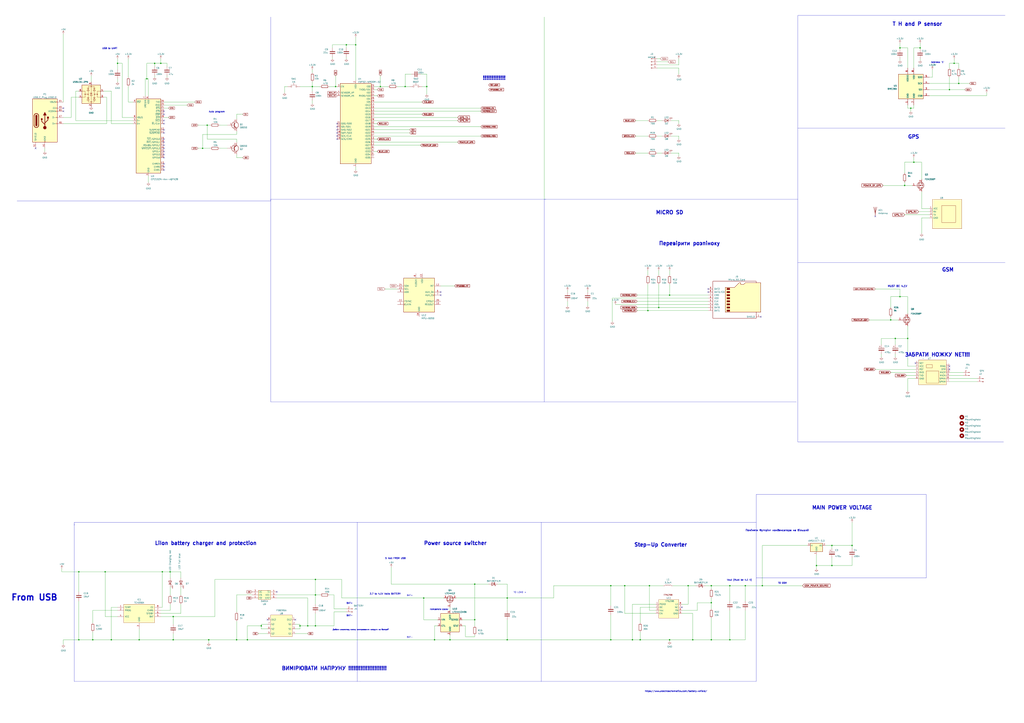
<source format=kicad_sch>
(kicad_sch (version 20230121) (generator eeschema)
  (paper "A1")
  (junction (at 670.56 464.82))
  (junction (at 787.4 68.58))
  (junction (at 332.74 71.12))
  (junction (at 252.73 514.35))
  (junction (at 76.2 525.78))
  (junction (at 194.31 525.78))
  (junction (at 532.13 255.27))
  (junction (at 755.65 39.37))
  (junction (at 171.45 525.78))
  (junction (at 284.48 36.83))
  (junction (at 347.98 491.49))
  (junction (at 599.44 481.33))
  (junction (at 745.49 278.13))
  (junction (at 533.4 481.33))
  (junction (at 568.96 525.78))
  (junction (at 584.2 481.33))
  (junction (at 739.14 243.84))
  (junction (at 64.77 525.78))
  (junction (at 541.02 252.73))
  (junction (at 735.33 278.13))
  (junction (at 64.77 469.9))
  (junction (at 369.57 525.78))
  (junction (at 170.18 102.87))
  (junction (at 584.2 525.78))
  (junction (at 549.91 242.57))
  (junction (at 166.37 121.92))
  (junction (at 350.52 71.12))
  (junction (at 132.08 52.07))
  (junction (at 525.78 525.78))
  (junction (at 519.43 525.78))
  (junction (at 259.08 476.25))
  (junction (at 565.15 481.33))
  (junction (at 549.91 525.78))
  (junction (at 584.2 495.3))
  (junction (at 699.77 448.31))
  (junction (at 626.11 481.33))
  (junction (at 750.57 133.35))
  (junction (at 114.3 525.78))
  (junction (at 142.24 525.78))
  (junction (at 783.59 52.07))
  (junction (at 259.08 514.35))
  (junction (at 356.87 525.78))
  (junction (at 501.65 481.33))
  (junction (at 739.14 39.37))
  (junction (at 742.95 152.4))
  (junction (at 312.42 71.12))
  (junction (at 779.78 73.66))
  (junction (at 96.52 52.07))
  (junction (at 133.35 469.9))
  (junction (at 389.89 480.06))
  (junction (at 599.44 525.78))
  (junction (at 612.14 481.33))
  (junction (at 275.59 71.12))
  (junction (at 416.56 491.49))
  (junction (at 259.08 488.95))
  (junction (at 139.7 469.9))
  (junction (at 214.63 514.35))
  (junction (at 203.2 525.78))
  (junction (at 389.89 509.27))
  (junction (at 683.26 464.82))
  (junction (at 416.56 525.78))
  (junction (at 142.24 506.73))
  (junction (at 731.52 262.89))
  (junction (at 86.36 469.9))
  (junction (at 748.03 88.9))
  (junction (at 127 52.07))
  (junction (at 91.44 525.78))
  (junction (at 501.65 525.78))
  (junction (at 256.54 71.12))
  (junction (at 246.38 514.35))
  (junction (at 513.08 481.33))
  (junction (at 292.1 36.83))
  (junction (at 683.26 448.31))
  (junction (at 120.65 64.77))
  (no_connect (at 361.95 242.57))
  (no_connect (at 581.66 237.49))
  (no_connect (at 560.07 499.11))
  (no_connect (at 52.07 88.9))
  (no_connect (at 134.62 116.84))
  (no_connect (at 134.62 137.16))
  (no_connect (at 134.62 121.92))
  (no_connect (at 779.78 303.53))
  (no_connect (at 242.57 509.27))
  (no_connect (at 134.62 106.68))
  (no_connect (at 227.33 486.41))
  (no_connect (at 276.86 111.76))
  (no_connect (at 29.21 121.92))
  (no_connect (at 134.62 127))
  (no_connect (at 134.62 99.06))
  (no_connect (at 134.62 139.7))
  (no_connect (at 219.71 509.27))
  (no_connect (at 134.62 93.98))
  (no_connect (at 718.82 177.8))
  (no_connect (at 134.62 101.6))
  (no_connect (at 134.62 109.22))
  (no_connect (at 134.62 91.44))
  (no_connect (at 624.84 260.35))
  (no_connect (at 276.86 114.3))
  (no_connect (at 581.66 240.03))
  (no_connect (at 276.86 106.68))
  (no_connect (at 276.86 101.6))
  (no_connect (at 361.95 240.03))
  (no_connect (at 779.78 300.99))
  (no_connect (at 276.86 104.14))
  (no_connect (at 134.62 124.46))
  (no_connect (at 276.86 109.22))
  (no_connect (at 134.62 114.3))
  (no_connect (at 134.62 119.38))
  (no_connect (at 134.62 134.62))
  (no_connect (at 134.62 129.54))
  (no_connect (at 751.84 298.45))
  (no_connect (at 52.07 91.44))
  (wire (pts (xy 756.92 157.48) (xy 756.92 171.45)))
  (wire (pts (xy 756.92 179.07) (xy 756.92 191.77)))
  (wire (pts (xy 96.52 501.65) (xy 76.2 501.65)))
  (wire (pts (xy 755.65 40.64) (xy 755.65 39.37)))
  (wire (pts (xy 64.77 525.78) (xy 52.07 525.78)))
  (wire (pts (xy 744.22 308.61) (xy 751.84 308.61)))
  (wire (pts (xy 132.08 501.65) (xy 139.7 501.65)))
  (wire (pts (xy 749.3 152.4) (xy 742.95 152.4)))
  (wire (pts (xy 779.78 63.5) (xy 779.78 73.66)))
  (wire (pts (xy 551.18 99.06) (xy 557.53 99.06)))
  (wire (pts (xy 256.54 67.31) (xy 256.54 71.12)))
  (wire (pts (xy 76.2 501.65) (xy 76.2 511.81)))
  (wire (pts (xy 148.59 504.19) (xy 148.59 496.57)))
  (polyline (pts (xy 448.31 163.83) (xy 447.04 163.83)))
  (wire (pts (xy 763.27 73.66) (xy 779.78 73.66)))
  (wire (pts (xy 731.52 306.07) (xy 751.84 306.07)))
  (wire (pts (xy 745.49 278.13) (xy 745.49 300.99)))
  (wire (pts (xy 180.34 102.87) (xy 186.69 102.87)))
  (wire (pts (xy 345.44 60.96) (xy 350.52 60.96)))
  (wire (pts (xy 523.24 252.73) (xy 541.02 252.73)))
  (wire (pts (xy 275.59 62.23) (xy 275.59 71.12)))
  (wire (pts (xy 375.92 96.52) (xy 307.34 96.52)))
  (wire (pts (xy 219.71 513.08) (xy 214.63 513.08)))
  (wire (pts (xy 713.74 262.89) (xy 731.52 262.89)))
  (wire (pts (xy 756.92 171.45) (xy 763.27 171.45)))
  (wire (pts (xy 259.08 476.25) (xy 280.67 476.25)))
  (wire (pts (xy 62.23 99.06) (xy 109.22 99.06)))
  (wire (pts (xy 723.9 278.13) (xy 723.9 283.21)))
  (wire (pts (xy 256.54 71.12) (xy 256.54 74.93)))
  (wire (pts (xy 307.34 106.68) (xy 336.55 106.68)))
  (wire (pts (xy 96.52 52.07) (xy 100.33 52.07)))
  (wire (pts (xy 501.65 505.46) (xy 501.65 525.78)))
  (wire (pts (xy 599.44 481.33) (xy 612.14 481.33)))
  (wire (pts (xy 718.82 303.53) (xy 751.84 303.53)))
  (wire (pts (xy 105.41 71.12) (xy 105.41 83.82)))
  (wire (pts (xy 50.8 467.36) (xy 50.8 469.9)))
  (wire (pts (xy 252.73 514.35) (xy 252.73 491.49)))
  (wire (pts (xy 584.2 481.33) (xy 584.2 483.87)))
  (wire (pts (xy 521.97 99.06) (xy 532.13 99.06)))
  (wire (pts (xy 91.44 101.6) (xy 109.22 101.6)))
  (wire (pts (xy 312.42 62.23) (xy 312.42 71.12)))
  (wire (pts (xy 541.02 222.25) (xy 541.02 226.06)))
  (wire (pts (xy 246.38 516.89) (xy 242.57 516.89)))
  (wire (pts (xy 779.78 52.07) (xy 783.59 52.07)))
  (wire (pts (xy 256.54 82.55) (xy 256.54 85.09)))
  (wire (pts (xy 86.36 469.9) (xy 86.36 506.73)))
  (wire (pts (xy 321.31 480.06) (xy 389.89 480.06)))
  (wire (pts (xy 87.63 80.01) (xy 85.09 80.01)))
  (wire (pts (xy 312.42 71.12) (xy 318.77 71.12)))
  (wire (pts (xy 742.95 133.35) (xy 750.57 133.35)))
  (wire (pts (xy 551.18 111.76) (xy 557.53 111.76)))
  (wire (pts (xy 416.56 480.06) (xy 416.56 491.49)))
  (wire (pts (xy 307.34 116.84) (xy 375.92 116.84)))
  (wire (pts (xy 139.7 482.6) (xy 139.7 488.95)))
  (wire (pts (xy 581.66 255.27) (xy 532.13 255.27)))
  (polyline (pts (xy 760.73 406.4) (xy 760.73 474.98)))
  (wire (pts (xy 373.38 234.95) (xy 361.95 234.95)))
  (wire (pts (xy 501.65 525.78) (xy 519.43 525.78)))
  (polyline (pts (xy 293.37 560.07) (xy 293.37 429.26)))
  (wire (pts (xy 745.49 300.99) (xy 751.84 300.99)))
  (wire (pts (xy 127 52.07) (xy 120.65 52.07)))
  (wire (pts (xy 549.91 233.68) (xy 549.91 242.57)))
  (wire (pts (xy 513.08 481.33) (xy 533.4 481.33)))
  (wire (pts (xy 280.67 476.25) (xy 280.67 491.49)))
  (wire (pts (xy 454.66 491.49) (xy 454.66 481.33)))
  (wire (pts (xy 683.26 464.82) (xy 699.77 464.82)))
  (wire (pts (xy 699.77 448.31) (xy 699.77 450.85)))
  (wire (pts (xy 523.24 242.57) (xy 549.91 242.57)))
  (wire (pts (xy 347.98 491.49) (xy 347.98 509.27)))
  (polyline (pts (xy 621.03 560.07) (xy 444.5 560.07)))
  (wire (pts (xy 539.75 53.34) (xy 557.53 53.34)))
  (wire (pts (xy 389.89 480.06) (xy 389.89 509.27)))
  (wire (pts (xy 810.26 76.2) (xy 810.26 78.74)))
  (wire (pts (xy 369.57 525.78) (xy 416.56 525.78)))
  (polyline (pts (xy 444.5 429.26) (xy 444.5 560.07)))
  (wire (pts (xy 166.37 110.49) (xy 166.37 121.92)))
  (wire (pts (xy 233.68 71.12) (xy 233.68 76.2)))
  (wire (pts (xy 612.14 481.33) (xy 626.11 481.33)))
  (wire (pts (xy 523.24 247.65) (xy 581.66 247.65)))
  (wire (pts (xy 292.1 36.83) (xy 284.48 36.83)))
  (wire (pts (xy 539.75 50.8) (xy 548.64 50.8)))
  (wire (pts (xy 787.4 63.5) (xy 787.4 68.58)))
  (wire (pts (xy 259.08 488.95) (xy 259.08 496.57)))
  (wire (pts (xy 137.16 52.07) (xy 132.08 52.07)))
  (wire (pts (xy 142.24 506.73) (xy 176.53 506.73)))
  (wire (pts (xy 87.63 101.6) (xy 87.63 80.01)))
  (wire (pts (xy 718.82 237.49) (xy 739.14 237.49)))
  (wire (pts (xy 148.59 469.9) (xy 148.59 474.98)))
  (wire (pts (xy 670.56 455.93) (xy 670.56 464.82)))
  (wire (pts (xy 274.32 502.92) (xy 274.32 514.35)))
  (wire (pts (xy 134.62 96.52) (xy 138.43 96.52)))
  (wire (pts (xy 513.08 504.19) (xy 538.48 504.19)))
  (wire (pts (xy 58.42 96.52) (xy 58.42 80.01)))
  (wire (pts (xy 203.2 525.78) (xy 356.87 525.78)))
  (wire (pts (xy 148.59 482.6) (xy 148.59 488.95)))
  (wire (pts (xy 96.52 48.26) (xy 96.52 52.07)))
  (wire (pts (xy 754.38 173.99) (xy 763.27 173.99)))
  (wire (pts (xy 779.78 311.15) (xy 802.64 311.15)))
  (wire (pts (xy 416.56 525.78) (xy 501.65 525.78)))
  (wire (pts (xy 447.04 13.97) (xy 447.04 163.83)))
  (wire (pts (xy 139.7 501.65) (xy 139.7 496.57)))
  (wire (pts (xy 96.52 57.15) (xy 96.52 52.07)))
  (wire (pts (xy 292.1 137.16) (xy 292.1 139.7)))
  (wire (pts (xy 194.31 510.54) (xy 194.31 525.78)))
  (wire (pts (xy 557.53 125.73) (xy 557.53 128.27)))
  (wire (pts (xy 252.73 514.35) (xy 259.08 514.35)))
  (wire (pts (xy 214.63 513.08) (xy 214.63 514.35)))
  (wire (pts (xy 132.08 504.19) (xy 148.59 504.19)))
  (wire (pts (xy 394.97 88.9) (xy 307.34 88.9)))
  (wire (pts (xy 359.41 509.27) (xy 347.98 509.27)))
  (wire (pts (xy 538.48 499.11) (xy 525.78 499.11)))
  (polyline (pts (xy 621.03 429.26) (xy 621.03 406.4)))
  (wire (pts (xy 284.48 36.83) (xy 273.05 36.83)))
  (wire (pts (xy 560.07 504.19) (xy 568.96 504.19)))
  (wire (pts (xy 170.18 102.87) (xy 172.72 102.87)))
  (wire (pts (xy 96.52 506.73) (xy 86.36 506.73)))
  (wire (pts (xy 579.12 481.33) (xy 584.2 481.33)))
  (polyline (pts (xy 621.03 406.4) (xy 760.73 406.4)))
  (wire (pts (xy 96.52 499.11) (xy 91.44 499.11)))
  (wire (pts (xy 532.13 255.27) (xy 532.13 233.68)))
  (wire (pts (xy 670.56 464.82) (xy 683.26 464.82)))
  (wire (pts (xy 307.34 114.3) (xy 309.88 114.3)))
  (wire (pts (xy 194.31 97.79) (xy 194.31 93.98)))
  (wire (pts (xy 408.94 480.06) (xy 416.56 480.06)))
  (wire (pts (xy 735.33 278.13) (xy 723.9 278.13)))
  (wire (pts (xy 584.2 525.78) (xy 599.44 525.78)))
  (wire (pts (xy 105.41 83.82) (xy 109.22 83.82)))
  (wire (pts (xy 541.02 252.73) (xy 581.66 252.73)))
  (wire (pts (xy 346.71 83.82) (xy 307.34 83.82)))
  (wire (pts (xy 252.73 491.49) (xy 227.33 491.49)))
  (wire (pts (xy 105.41 48.26) (xy 105.41 63.5)))
  (wire (pts (xy 739.14 48.26) (xy 739.14 49.53)))
  (wire (pts (xy 565.15 481.33) (xy 571.5 481.33)))
  (wire (pts (xy 227.33 488.95) (xy 259.08 488.95)))
  (wire (pts (xy 783.59 52.07) (xy 787.4 52.07)))
  (wire (pts (xy 549.91 222.25) (xy 549.91 226.06)))
  (wire (pts (xy 612.14 481.33) (xy 612.14 494.03)))
  (wire (pts (xy 127 52.07) (xy 127 54.61)))
  (wire (pts (xy 584.2 481.33) (xy 599.44 481.33)))
  (wire (pts (xy 252.73 520.7) (xy 242.57 520.7)))
  (wire (pts (xy 557.53 48.26) (xy 557.53 53.34)))
  (wire (pts (xy 236.22 71.12) (xy 233.68 71.12)))
  (wire (pts (xy 584.2 508) (xy 584.2 525.78)))
  (wire (pts (xy 742.95 176.53) (xy 763.27 176.53)))
  (wire (pts (xy 120.65 64.77) (xy 121.92 64.77)))
  (wire (pts (xy 466.09 251.46) (xy 466.09 247.65)))
  (wire (pts (xy 505.46 250.19) (xy 581.66 250.19)))
  (wire (pts (xy 745.49 243.84) (xy 745.49 257.81)))
  (wire (pts (xy 162.56 121.92) (xy 166.37 121.92)))
  (wire (pts (xy 203.2 514.35) (xy 203.2 525.78)))
  (polyline (pts (xy 60.96 560.07) (xy 295.91 560.07)))
  (wire (pts (xy 599.44 525.78) (xy 612.14 525.78)))
  (polyline (pts (xy 293.37 429.26) (xy 444.5 429.26)))
  (wire (pts (xy 76.2 519.43) (xy 76.2 525.78)))
  (wire (pts (xy 626.11 481.33) (xy 626.11 448.31)))
  (wire (pts (xy 584.2 495.3) (xy 584.2 491.49)))
  (wire (pts (xy 273.05 36.83) (xy 273.05 39.37)))
  (wire (pts (xy 379.73 509.27) (xy 389.89 509.27)))
  (wire (pts (xy 416.56 491.49) (xy 416.56 501.65)))
  (wire (pts (xy 350.52 71.12) (xy 350.52 77.47)))
  (wire (pts (xy 100.33 96.52) (xy 109.22 96.52)))
  (wire (pts (xy 194.31 488.95) (xy 194.31 502.92)))
  (wire (pts (xy 382.27 514.35) (xy 379.73 514.35)))
  (wire (pts (xy 382.27 514.35) (xy 382.27 523.24)))
  (wire (pts (xy 482.6 251.46) (xy 482.6 247.65)))
  (wire (pts (xy 332.74 71.12) (xy 336.55 71.12)))
  (wire (pts (xy 735.33 278.13) (xy 745.49 278.13)))
  (wire (pts (xy 394.97 111.76) (xy 307.34 111.76)))
  (wire (pts (xy 763.27 179.07) (xy 756.92 179.07)))
  (wire (pts (xy 321.31 466.09) (xy 321.31 480.06)))
  (wire (pts (xy 731.52 252.73) (xy 731.52 243.84)))
  (wire (pts (xy 256.54 71.12) (xy 262.89 71.12)))
  (wire (pts (xy 538.48 496.57) (xy 519.43 496.57)))
  (wire (pts (xy 539.75 125.73) (xy 543.56 125.73)))
  (wire (pts (xy 755.65 48.26) (xy 755.65 49.53)))
  (wire (pts (xy 521.97 125.73) (xy 532.13 125.73)))
  (wire (pts (xy 346.71 93.98) (xy 307.34 93.98)))
  (wire (pts (xy 525.78 499.11) (xy 525.78 511.81)))
  (wire (pts (xy 91.44 525.78) (xy 114.3 525.78)))
  (wire (pts (xy 76.2 525.78) (xy 91.44 525.78)))
  (polyline (pts (xy 825.5 215.9) (xy 655.32 215.9)))
  (polyline (pts (xy 447.04 163.83) (xy 447.04 330.2)))
  (wire (pts (xy 52.07 525.78) (xy 52.07 529.59)))
  (wire (pts (xy 699.77 458.47) (xy 699.77 464.82)))
  (wire (pts (xy 599.44 481.33) (xy 599.44 494.03)))
  (polyline (pts (xy 222.25 330.2) (xy 222.25 163.83)))
  (wire (pts (xy 565.15 481.33) (xy 565.15 496.57)))
  (wire (pts (xy 581.66 245.11) (xy 502.92 245.11)))
  (wire (pts (xy 739.14 39.37) (xy 739.14 40.64)))
  (wire (pts (xy 162.56 102.87) (xy 170.18 102.87)))
  (wire (pts (xy 332.74 60.96) (xy 332.74 71.12)))
  (wire (pts (xy 389.89 509.27) (xy 389.89 514.35)))
  (wire (pts (xy 779.78 55.88) (xy 779.78 52.07)))
  (wire (pts (xy 552.45 481.33) (xy 565.15 481.33)))
  (wire (pts (xy 725.17 152.4) (xy 742.95 152.4)))
  (wire (pts (xy 501.65 481.33) (xy 513.08 481.33)))
  (wire (pts (xy 137.16 52.07) (xy 137.16 54.61)))
  (wire (pts (xy 292.1 36.83) (xy 292.1 66.04)))
  (wire (pts (xy 114.3 525.78) (xy 142.24 525.78)))
  (wire (pts (xy 551.18 125.73) (xy 557.53 125.73)))
  (polyline (pts (xy 655.32 105.41) (xy 825.5 105.41)))
  (wire (pts (xy 382.27 523.24) (xy 389.89 523.24)))
  (wire (pts (xy 52.07 101.6) (xy 87.63 101.6)))
  (wire (pts (xy 683.26 458.47) (xy 683.26 464.82)))
  (wire (pts (xy 502.92 245.11) (xy 502.92 264.16)))
  (wire (pts (xy 737.87 262.89) (xy 731.52 262.89)))
  (wire (pts (xy 742.95 152.4) (xy 742.95 149.86)))
  (wire (pts (xy 307.34 71.12) (xy 312.42 71.12)))
  (wire (pts (xy 612.14 501.65) (xy 612.14 525.78)))
  (wire (pts (xy 565.15 496.57) (xy 560.07 496.57)))
  (wire (pts (xy 307.34 78.74) (xy 309.88 78.74)))
  (wire (pts (xy 180.34 121.92) (xy 186.69 121.92)))
  (polyline (pts (xy 654.05 163.83) (xy 655.32 163.83)))
  (wire (pts (xy 750.57 133.35) (xy 756.92 133.35)))
  (wire (pts (xy 513.08 481.33) (xy 513.08 504.19)))
  (wire (pts (xy 171.45 528.32) (xy 171.45 525.78)))
  (wire (pts (xy 739.14 39.37) (xy 745.49 39.37)))
  (polyline (pts (xy 760.73 474.98) (xy 621.03 474.98)))
  (wire (pts (xy 735.33 290.83) (xy 735.33 293.37)))
  (wire (pts (xy 212.09 520.7) (xy 219.71 520.7)))
  (wire (pts (xy 259.08 514.35) (xy 274.32 514.35)))
  (wire (pts (xy 735.33 283.21) (xy 735.33 278.13)))
  (wire (pts (xy 787.4 52.07) (xy 787.4 55.88)))
  (wire (pts (xy 292.1 30.48) (xy 292.1 36.83)))
  (wire (pts (xy 326.39 71.12) (xy 332.74 71.12)))
  (wire (pts (xy 756.92 133.35) (xy 756.92 147.32)))
  (wire (pts (xy 739.14 35.56) (xy 739.14 39.37)))
  (wire (pts (xy 482.6 240.03) (xy 482.6 238.76)))
  (wire (pts (xy 549.91 527.05) (xy 549.91 525.78)))
  (wire (pts (xy 519.43 525.78) (xy 525.78 525.78)))
  (wire (pts (xy 214.63 516.89) (xy 219.71 516.89)))
  (polyline (pts (xy 13.97 165.1) (xy 222.25 165.1)))
  (wire (pts (xy 137.16 62.23) (xy 137.16 63.5)))
  (wire (pts (xy 64.77 74.93) (xy 62.23 74.93)))
  (wire (pts (xy 568.96 504.19) (xy 568.96 525.78)))
  (wire (pts (xy 119.38 64.77) (xy 120.65 64.77)))
  (wire (pts (xy 259.08 504.19) (xy 259.08 514.35)))
  (wire (pts (xy 549.91 242.57) (xy 581.66 242.57)))
  (wire (pts (xy 280.67 491.49) (xy 347.98 491.49)))
  (wire (pts (xy 337.82 60.96) (xy 332.74 60.96)))
  (wire (pts (xy 779.78 306.07) (xy 791.21 306.07)))
  (wire (pts (xy 171.45 525.78) (xy 194.31 525.78)))
  (wire (pts (xy 246.38 514.35) (xy 252.73 514.35)))
  (wire (pts (xy 259.08 488.95) (xy 262.89 488.95)))
  (wire (pts (xy 745.49 88.9) (xy 748.03 88.9)))
  (wire (pts (xy 270.51 488.95) (xy 274.32 488.95)))
  (wire (pts (xy 274.32 500.38) (xy 284.48 500.38)))
  (wire (pts (xy 541.02 252.73) (xy 541.02 233.68)))
  (wire (pts (xy 519.43 496.57) (xy 519.43 525.78)))
  (polyline (pts (xy 222.25 13.97) (xy 222.25 165.1)))
  (wire (pts (xy 176.53 476.25) (xy 259.08 476.25)))
  (wire (pts (xy 750.57 39.37) (xy 755.65 39.37)))
  (wire (pts (xy 683.26 448.31) (xy 699.77 448.31)))
  (wire (pts (xy 745.49 267.97) (xy 745.49 278.13)))
  (wire (pts (xy 745.49 311.15) (xy 745.49 321.31)))
  (wire (pts (xy 549.91 525.78) (xy 568.96 525.78)))
  (wire (pts (xy 284.48 36.83) (xy 284.48 39.37)))
  (wire (pts (xy 369.57 499.11) (xy 369.57 501.65)))
  (wire (pts (xy 52.07 96.52) (xy 58.42 96.52)))
  (wire (pts (xy 50.8 469.9) (xy 64.77 469.9)))
  (wire (pts (xy 763.27 68.58) (xy 787.4 68.58)))
  (wire (pts (xy 748.03 88.9) (xy 748.03 91.44)))
  (wire (pts (xy 132.08 52.07) (xy 132.08 48.26)))
  (wire (pts (xy 787.4 68.58) (xy 796.29 68.58)))
  (wire (pts (xy 86.36 469.9) (xy 64.77 469.9)))
  (wire (pts (xy 166.37 121.92) (xy 172.72 121.92)))
  (wire (pts (xy 52.07 27.94) (xy 52.07 83.82)))
  (wire (pts (xy 194.31 129.54) (xy 199.39 129.54)))
  (wire (pts (xy 568.96 525.78) (xy 584.2 525.78)))
  (wire (pts (xy 307.34 73.66) (xy 309.88 73.66)))
  (wire (pts (xy 533.4 481.33) (xy 533.4 501.65)))
  (wire (pts (xy 356.87 525.78) (xy 369.57 525.78)))
  (wire (pts (xy 64.77 525.78) (xy 76.2 525.78)))
  (wire (pts (xy 120.65 52.07) (xy 120.65 64.77)))
  (wire (pts (xy 345.44 119.38) (xy 307.34 119.38)))
  (polyline (pts (xy 655.32 12.7) (xy 825.5 12.7)))
  (wire (pts (xy 763.27 63.5) (xy 765.81 63.5)))
  (wire (pts (xy 91.44 74.93) (xy 91.44 101.6)))
  (wire (pts (xy 394.97 91.44) (xy 307.34 91.44)))
  (wire (pts (xy 779.78 313.69) (xy 802.64 313.69)))
  (wire (pts (xy 100.33 52.07) (xy 100.33 96.52)))
  (wire (pts (xy 194.31 127) (xy 194.31 129.54)))
  (wire (pts (xy 121.92 149.86) (xy 121.92 144.78)))
  (wire (pts (xy 242.57 513.08) (xy 246.38 513.08)))
  (wire (pts (xy 214.63 514.35) (xy 214.63 516.89)))
  (wire (pts (xy 194.31 525.78) (xy 203.2 525.78)))
  (wire (pts (xy 284.48 502.92) (xy 274.32 502.92)))
  (wire (pts (xy 416.56 491.49) (xy 454.66 491.49)))
  (wire (pts (xy 309.88 124.46) (xy 307.34 124.46)))
  (wire (pts (xy 133.35 469.9) (xy 133.35 499.11)))
  (wire (pts (xy 723.9 290.83) (xy 723.9 293.37)))
  (wire (pts (xy 127 63.5) (xy 127 62.23)))
  (wire (pts (xy 96.52 67.31) (xy 96.52 64.77)))
  (wire (pts (xy 307.34 99.06) (xy 375.92 99.06)))
  (wire (pts (xy 539.75 99.06) (xy 543.56 99.06)))
  (wire (pts (xy 309.88 101.6) (xy 307.34 101.6)))
  (wire (pts (xy 259.08 476.25) (xy 259.08 488.95)))
  (wire (pts (xy 750.57 55.88) (xy 750.57 39.37)))
  (wire (pts (xy 307.34 109.22) (xy 336.55 109.22)))
  (wire (pts (xy 346.71 71.12) (xy 350.52 71.12)))
  (wire (pts (xy 246.38 513.08) (xy 246.38 514.35)))
  (wire (pts (xy 274.32 488.95) (xy 274.32 500.38)))
  (wire (pts (xy 532.13 222.25) (xy 532.13 226.06)))
  (wire (pts (xy 270.51 71.12) (xy 275.59 71.12)))
  (wire (pts (xy 350.52 60.96) (xy 350.52 71.12)))
  (wire (pts (xy 134.62 88.9) (xy 138.43 88.9)))
  (wire (pts (xy 36.83 121.92) (xy 36.83 124.46)))
  (wire (pts (xy 626.11 448.31) (xy 662.94 448.31)))
  (wire (pts (xy 369.57 521.97) (xy 369.57 525.78)))
  (wire (pts (xy 374.65 491.49) (xy 416.56 491.49)))
  (polyline (pts (xy 447.04 330.2) (xy 654.05 330.2)))
  (wire (pts (xy 114.3 516.89) (xy 114.3 525.78)))
  (wire (pts (xy 62.23 74.93) (xy 62.23 99.06)))
  (wire (pts (xy 739.14 243.84) (xy 745.49 243.84)))
  (wire (pts (xy 783.59 48.26) (xy 783.59 52.07)))
  (wire (pts (xy 347.98 491.49) (xy 364.49 491.49)))
  (wire (pts (xy 557.53 111.76) (xy 557.53 114.3)))
  (polyline (pts (xy 60.96 429.26) (xy 60.96 431.8)))
  (wire (pts (xy 539.75 48.26) (xy 542.29 48.26)))
  (polyline (pts (xy 655.32 215.9) (xy 655.32 363.22)))
  (wire (pts (xy 273.05 48.26) (xy 273.05 46.99)))
  (wire (pts (xy 779.78 308.61) (xy 791.21 308.61)))
  (polyline (pts (xy 444.5 429.26) (xy 621.03 429.26)))
  (wire (pts (xy 538.48 501.65) (xy 533.4 501.65)))
  (wire (pts (xy 626.11 481.33) (xy 659.13 481.33)))
  (polyline (pts (xy 655.32 215.9) (xy 655.32 105.41)))
  (wire (pts (xy 755.65 35.56) (xy 755.65 39.37)))
  (wire (pts (xy 557.53 55.88) (xy 557.53 60.96)))
  (wire (pts (xy 525.78 519.43) (xy 525.78 525.78)))
  (wire (pts (xy 121.92 64.77) (xy 121.92 78.74)))
  (wire (pts (xy 356.87 514.35) (xy 359.41 514.35)))
  (wire (pts (xy 501.65 481.33) (xy 501.65 497.84)))
  (wire (pts (xy 203.2 514.35) (xy 214.63 514.35)))
  (wire (pts (xy 748.03 88.9) (xy 750.57 88.9)))
  (wire (pts (xy 194.31 107.95) (xy 194.31 110.49)))
  (wire (pts (xy 176.53 506.73) (xy 176.53 476.25)))
  (wire (pts (xy 85.09 74.93) (xy 91.44 74.93)))
  (wire (pts (xy 751.84 311.15) (xy 745.49 311.15)))
  (polyline (pts (xy 293.37 429.26) (xy 60.96 429.26)))
  (wire (pts (xy 389.89 523.24) (xy 389.89 521.97)))
  (wire (pts (xy 127 52.07) (xy 132.08 52.07)))
  (wire (pts (xy 521.97 111.76) (xy 532.13 111.76)))
  (wire (pts (xy 533.4 481.33) (xy 544.83 481.33)))
  (wire (pts (xy 557.53 99.06) (xy 557.53 101.6)))
  (wire (pts (xy 134.62 86.36) (xy 153.67 86.36)))
  (wire (pts (xy 134.62 83.82) (xy 160.02 83.82)))
  (wire (pts (xy 132.08 499.11) (xy 133.35 499.11)))
  (polyline (pts (xy 621.03 429.26) (xy 621.03 560.07)))
  (wire (pts (xy 765.81 63.5) (xy 765.81 57.15)))
  (polyline (pts (xy 655.32 105.41) (xy 655.32 12.7)))
  (wire (pts (xy 539.75 111.76) (xy 543.56 111.76)))
  (wire (pts (xy 194.31 114.3) (xy 170.18 114.3)))
  (wire (pts (xy 142.24 525.78) (xy 171.45 525.78)))
  (wire (pts (xy 64.77 494.03) (xy 64.77 525.78)))
  (wire (pts (xy 523.24 255.27) (xy 532.13 255.27)))
  (wire (pts (xy 91.44 499.11) (xy 91.44 525.78)))
  (wire (pts (xy 86.36 469.9) (xy 133.35 469.9)))
  (wire (pts (xy 194.31 116.84) (xy 194.31 114.3)))
  (wire (pts (xy 356.87 525.78) (xy 356.87 514.35)))
  (wire (pts (xy 599.44 501.65) (xy 599.44 525.78)))
  (wire (pts (xy 119.38 78.74) (xy 119.38 64.77)))
  (wire (pts (xy 139.7 474.98) (xy 139.7 469.9)))
  (wire (pts (xy 74.93 62.23) (xy 74.93 67.31)))
  (polyline (pts (xy 655.32 363.22) (xy 824.23 363.22)))
  (wire (pts (xy 683.26 448.31) (xy 683.26 450.85)))
  (wire (pts (xy 132.08 506.73) (xy 142.24 506.73)))
  (wire (pts (xy 779.78 73.66) (xy 792.48 73.66)))
  (wire (pts (xy 139.7 469.9) (xy 148.59 469.9)))
  (wire (pts (xy 584.2 495.3) (xy 584.2 500.38)))
  (wire (pts (xy 560.07 501.65) (xy 572.77 501.65)))
  (wire (pts (xy 394.97 104.14) (xy 307.34 104.14)))
  (wire (pts (xy 142.24 520.7) (xy 142.24 525.78)))
  (wire (pts (xy 750.57 129.54) (xy 750.57 133.35)))
  (wire (pts (xy 745.49 86.36) (xy 745.49 88.9)))
  (wire (pts (xy 256.54 57.15) (xy 256.54 59.69)))
  (wire (pts (xy 416.56 509.27) (xy 416.56 525.78)))
  (polyline (pts (xy 60.96 430.53) (xy 60.96 560.07)))
  (wire (pts (xy 731.52 262.89) (xy 731.52 260.35)))
  (wire (pts (xy 572.77 501.65) (xy 572.77 495.3)))
  (wire (pts (xy 699.77 429.26) (xy 699.77 448.31)))
  (wire (pts (xy 246.38 514.35) (xy 246.38 516.89)))
  (wire (pts (xy 64.77 469.9) (xy 64.77 486.41)))
  (wire (pts (xy 275.59 71.12) (xy 276.86 71.12)))
  (wire (pts (xy 670.56 467.36) (xy 670.56 464.82)))
  (wire (pts (xy 316.23 237.49) (xy 326.39 237.49)))
  (polyline (pts (xy 222.25 163.83) (xy 654.05 163.83)))
  (wire (pts (xy 284.48 48.26) (xy 284.48 46.99)))
  (wire (pts (xy 678.18 448.31) (xy 683.26 448.31)))
  (wire (pts (xy 389.89 480.06) (xy 401.32 480.06)))
  (wire (pts (xy 739.14 237.49) (xy 739.14 243.84)))
  (wire (pts (xy 525.78 525.78) (xy 549.91 525.78)))
  (wire (pts (xy 170.18 114.3) (xy 170.18 102.87)))
  (wire (pts (xy 194.31 110.49) (xy 166.37 110.49)))
  (wire (pts (xy 745.49 39.37) (xy 745.49 55.88)))
  (wire (pts (xy 763.27 78.74) (xy 810.26 78.74)))
  (wire (pts (xy 454.66 481.33) (xy 501.65 481.33)))
  (wire (pts (xy 246.38 71.12) (xy 256.54 71.12)))
  (wire (pts (xy 742.95 142.24) (xy 742.95 133.35)))
  (polyline (pts (xy 447.04 330.2) (xy 222.25 330.2)))
  (wire (pts (xy 572.77 495.3) (xy 584.2 495.3)))
  (wire (pts (xy 207.01 488.95) (xy 194.31 488.95)))
  (wire (pts (xy 58.42 80.01) (xy 64.77 80.01)))
  (wire (pts (xy 194.31 93.98) (xy 199.39 93.98)))
  (wire (pts (xy 466.09 240.03) (xy 466.09 238.76)))
  (wire (pts (xy 731.52 243.84) (xy 739.14 243.84)))
  (wire (pts (xy 139.7 469.9) (xy 133.35 469.9)))
  (wire (pts (xy 539.75 55.88) (xy 557.53 55.88)))
  (wire (pts (xy 142.24 506.73) (xy 142.24 513.08)))
  (wire (pts (xy 750.57 88.9) (xy 750.57 86.36)))
  (polyline (pts (xy 444.5 560.07) (xy 295.91 560.07)))
  (text "MUST BE 4.1V\n" (at 728.98 236.22 0) (effects (font (size 1.5 1.5) (thickness 0.3) bold) (justify left bottom)))
  (text "Address '1'" (at 764.54 52.07 0) (effects (font (size 1.27 1.27) bold) (justify left bottom)))
  (text "ПЕРЕВІРИТИ СХЕМУ" (at 353.06 501.65 0) (effects (font (size 1 1) (thickness 0.3) bold) (justify left bottom)))
  (text "T H and P sensor" (at 732.79 21.59 0) (effects (font (size 3 3) bold) (justify left bottom)))
  (text "Auto program" (at 171.45 92.71 0) (effects (font (size 1.27 1.27) (thickness 0.254) bold) (justify left bottom)))
  (text "GSM" (at 773.43 223.52 0) (effects (font (size 3 3) bold) (justify left bottom)))
  (text "GPS" (at 745.49 114.3 0) (effects (font (size 3 3) bold) (justify left bottom)))
  (text "MAIN POWER VOLTAGE" (at 666.75 419.1 0) (effects (font (size 3 3) bold) (justify left bottom)))
  (text "Power source switcher" (at 347.98 448.31 0) (effects (font (size 3 3) (thickness 0.6) bold) (justify left bottom)))
  (text "Перевірити розпіноку" (at 541.02 201.93 0) (effects (font (size 3 3) bold) (justify left bottom)))
  (text "From USB" (at 8.89 494.03 0) (effects (font (size 5 5) bold) (justify left bottom)))
  (text "2.7 to 4.1V Volts BATTERY" (at 303.53 488.95 0) (effects (font (size 1.27 1.27) (thickness 0.254) bold) (justify left bottom)))
  (text "Step-Up Converter" (at 520.7 449.58 0) (effects (font (size 3 3) bold) (justify left bottom)))
  (text "5 Volt FROM USB" (at 316.23 459.74 0) (effects (font (size 1.27 1.27) (thickness 0.254) bold) (justify left bottom)))
  (text "Додати аналогову схему вимярювання напруги на батереї" (at 273.05 518.16 0) (effects (font (size 1 1) (thickness 0.3) bold) (justify left bottom)))
  (text "Поміняти Футпрінт конденсатора на більший" (at 612.14 436.88 0) (effects (font (size 1.5 1.5) (thickness 0.3) bold) (justify left bottom)))
  (text "BAT+" (at 284.48 496.57 0) (effects (font (size 1.27 1.27) bold) (justify left bottom)))
  (text "USB to UART" (at 83.82 40.64 0) (effects (font (size 1.27 1.27) (thickness 0.254) bold) (justify left bottom)))
  (text "TO LOAD +" (at 421.64 487.68 0) (effects (font (size 1.27 1.27)) (justify left bottom)))
  (text "TO GSM" (at 638.81 480.06 0) (effects (font (size 1.27 1.27) bold) (justify left bottom)))
  (text "BAT+" (at 334.01 490.22 0) (effects (font (size 1.27 1.27)) (justify left bottom)))
  (text "ВИМІРЮВАТИ НАПРУНУ !!!!!!!!!!!!!!!!!!!!!!" (at 231.14 551.18 0) (effects (font (size 3 3) bold) (justify left bottom)))
  (text "MICRO SD" (at 538.48 176.53 0) (effects (font (size 3 3) bold) (justify left bottom)))
  (text "!!!!!!!!!!!!!\n" (at 396.24 66.04 0) (effects (font (size 3 3) bold) (justify left bottom)))
  (text "BAT-" (at 284.48 506.73 0) (effects (font (size 1.27 1.27) bold) (justify left bottom)))
  (text "Vout (Must be 4.1 V)" (at 596.9 477.52 0) (effects (font (size 1.27 1.27) bold) (justify left bottom)))
  (text "LiIon battery charger and protection" (at 127 448.31 0) (effects (font (size 3 3) bold) (justify left bottom)))
  (text "https://www.electroschematics.com/battery-shield/" (at 529.59 568.96 0) (effects (font (size 1.27 1.27) bold) (justify left bottom)))
  (text "BAT-" (at 334.01 524.51 0) (effects (font (size 1.27 1.27)) (justify left bottom)))
  (text "ЗАБРАТИ НОЖКУ NET!!!\n" (at 742.95 293.37 0) (effects (font (size 3 3) bold) (justify left bottom)))
  (global_label "GPS_RX" (shape input) (at 754.38 173.99 180) (effects (font (thickness 0.254) bold)) (property "Intersheetrefs" "${INTERSHEET_REFS}" (effects hide)))
  (global_label "RED_LED" (shape input) (at 309.88 101.6 0) (effects (font (size 1 1) (thickness 0.254) bold)) (property "Intersheetrefs" "${INTERSHEET_REFS}" (effects hide)))
  (global_label "POWER_OF_GPS" (shape input) (at 725.17 152.4 180) (effects (font (thickness 0.254) bold)) (property "Intersheetrefs" "${INTERSHEET_REFS}" (effects hide)))
  (global_label "SEN_VN" (shape input) (at 276.86 78.74 180) (effects (font (size 1 1) bold)) (property "Intersheetrefs" "${INTERSHEET_REFS}" (effects hide)))
  (global_label "GPS_RX" (shape input) (at 375.92 99.06 0) (effects (font (thickness 0.254) bold)) (property "Intersheetrefs" "${INTERSHEET_REFS}" (effects hide)))
  (global_label "SCL" (shape input) (at 548.64 50.8 0) (property "Intersheetrefs" "${INTERSHEET_REFS}" (effects hide)))
  (global_label "POWER_OF_GPS" (shape input) (at 375.92 116.84 0) (effects (font (size 1 1) (thickness 0.254) bold)) (property "Intersheetrefs" "${INTERSHEET_REFS}" (effects hide)))
  (global_label "OD" (shape input) (at 252.73 520.7 0) (effects (font (size 1 1) (thickness 0.2) bold)) (property "Intersheetrefs" "${INTERSHEET_REFS}" (effects hide)))
  (global_label "RXD" (shape input) (at 160.02 83.82 0) (effects (font (size 1 1) (thickness 0.2) bold)) (property "Intersheetrefs" "${INTERSHEET_REFS}" (effects hide)))
  (global_label "SCL" (shape input) (at 796.29 68.58 0) (effects (font (size 1 1) (thickness 0.2) bold)) (property "Intersheetrefs" "${INTERSHEET_REFS}" (effects hide)))
  (global_label "OD" (shape input) (at 207.01 491.49 180) (effects (font (size 1 1) (thickness 0.2) bold)) (property "Intersheetrefs" "${INTERSHEET_REFS}" (effects hide)))
  (global_label "MICROSD_MOSI" (shape input) (at 394.97 111.76 0) (effects (font (size 1 1) (thickness 0.254) bold)) (property "Intersheetrefs" "${INTERSHEET_REFS}" (effects hide)))
  (global_label "RST_GSM" (shape input) (at 401.32 69.85 0) (effects (font (size 1 1) (thickness 0.254) bold)) (property "Intersheetrefs" "${INTERSHEET_REFS}" (effects hide)))
  (global_label "GREEN_LED" (shape input) (at 521.97 111.76 180) (effects (font (size 1 1) (thickness 0.254) bold)) (property "Intersheetrefs" "${INTERSHEET_REFS}" (effects hide)))
  (global_label "POWER_OF_GSM" (shape input) (at 713.74 262.89 180) (effects (font (size 1 1) (thickness 0.254) bold)) (property "Intersheetrefs" "${INTERSHEET_REFS}" (effects hide)))
  (global_label "POWER_OF_GSM" (shape input) (at 345.44 119.38 0) (effects (font (size 1 1) (thickness 0.254) bold)) (property "Intersheetrefs" "${INTERSHEET_REFS}" (effects hide)))
  (global_label "SDA" (shape input) (at 336.55 106.68 0) (effects (font (size 1 1) (thickness 0.2) bold)) (property "Intersheetrefs" "${INTERSHEET_REFS}" (effects hide)))
  (global_label "MICROSD_CLK" (shape input) (at 394.97 91.44 0) (effects (font (size 1 1) (thickness 0.254) bold)) (property "Intersheetrefs" "${INTERSHEET_REFS}" (effects hide)))
  (global_label "OC" (shape input) (at 212.09 520.7 180) (effects (font (size 1 1) (thickness 0.2) bold)) (property "Intersheetrefs" "${INTERSHEET_REFS}" (effects hide)))
  (global_label "RST_GSM" (shape input) (at 718.82 303.53 180) (effects (font (size 1 1) (thickness 0.254) bold)) (property "Intersheetrefs" "${INTERSHEET_REFS}" (effects hide)))
  (global_label "SDA" (shape input) (at 542.29 48.26 0) (property "Intersheetrefs" "${INTERSHEET_REFS}" (effects hide)))
  (global_label "SCL" (shape input) (at 316.23 237.49 180) (property "Intersheetrefs" "${INTERSHEET_REFS}" (effects hide)))
  (global_label "GSM_POWER_SOURSE" (shape input) (at 718.82 237.49 180) (effects (font (size 1 1) bold)) (property "Intersheetrefs" "${INTERSHEET_REFS}" (effects hide)))
  (global_label "EN" (shape input) (at 275.59 62.23 90) (effects (font (size 1 1) (thickness 0.254) bold)) (property "Intersheetrefs" "${INTERSHEET_REFS}" (effects hide)))
  (global_label "IO0" (shape input) (at 312.42 62.23 90) (effects (font (size 1 1) (thickness 0.2) bold)) (property "Intersheetrefs" "${INTERSHEET_REFS}" (effects hide)))
  (global_label "DTS" (shape input) (at 138.43 88.9 0) (effects (font (size 1 1) (thickness 0.2) bold)) (property "Intersheetrefs" "${INTERSHEET_REFS}" (effects hide)))
  (global_label "RED_LED" (shape input) (at 521.97 125.73 180) (effects (font (size 1 1) (thickness 0.254) bold)) (property "Intersheetrefs" "${INTERSHEET_REFS}" (effects hide)))
  (global_label "SDA" (shape input) (at 792.48 73.66 0) (effects (font (size 1 1) (thickness 0.2) bold)) (property "Intersheetrefs" "${INTERSHEET_REFS}" (effects hide)))
  (global_label "TXD" (shape input) (at 153.67 86.36 0) (effects (font (size 1 1) (thickness 0.2) bold)) (property "Intersheetrefs" "${INTERSHEET_REFS}" (effects hide)))
  (global_label "TXD" (shape input) (at 309.88 73.66 0) (effects (font (size 1 1) (thickness 0.2) bold)) (property "Intersheetrefs" "${INTERSHEET_REFS}" (effects hide)))
  (global_label "MPU5060_INT" (shape input) (at 401.32 73.66 0) (effects (font (size 1 1) (thickness 0.254) bold)) (property "Intersheetrefs" "${INTERSHEET_REFS}" (effects hide)))
  (global_label "RXD_GSM" (shape input) (at 731.52 306.07 180) (effects (font (size 1 1) (thickness 0.254) bold)) (property "Intersheetrefs" "${INTERSHEET_REFS}" (effects hide)))
  (global_label "RXD" (shape input) (at 309.88 78.74 0) (effects (font (size 1 1) (thickness 0.2) bold)) (property "Intersheetrefs" "${INTERSHEET_REFS}" (effects hide)))
  (global_label "DTR" (shape input) (at 138.43 96.52 0) (effects (font (size 1 1) (thickness 0.2) bold)) (property "Intersheetrefs" "${INTERSHEET_REFS}" (effects hide)))
  (global_label "EN" (shape input) (at 199.39 93.98 0) (effects (font (size 1 1) (thickness 0.2) bold)) (property "Intersheetrefs" "${INTERSHEET_REFS}" (effects hide)))
  (global_label "DTR" (shape input) (at 162.56 102.87 180) (effects (font (size 1 1) (thickness 0.2) bold)) (property "Intersheetrefs" "${INTERSHEET_REFS}" (effects hide)))
  (global_label "GPS_TX" (shape input) (at 375.92 96.52 0) (effects (font (thickness 0.254) bold)) (property "Intersheetrefs" "${INTERSHEET_REFS}" (effects hide)))
  (global_label "MICROSD_CS" (shape input) (at 523.24 255.27 180) (effects (font (size 1 1) (thickness 0.254) bold)) (property "Intersheetrefs" "${INTERSHEET_REFS}" (effects hide)))
  (global_label "TXD_GSM" (shape input) (at 744.22 308.61 180) (effects (font (size 1 1) (thickness 0.254) bold)) (property "Intersheetrefs" "${INTERSHEET_REFS}" (effects hide)))
  (global_label "DTS" (shape input) (at 162.56 121.92 180) (effects (font (size 1 1) (thickness 0.2) bold)) (property "Intersheetrefs" "${INTERSHEET_REFS}" (effects hide)))
  (global_label "GREEN_LED" (shape input) (at 309.88 114.3 0) (effects (font (size 1 1) (thickness 0.254) bold)) (property "Intersheetrefs" "${INTERSHEET_REFS}" (effects hide)))
  (global_label "RXD_GSM" (shape input) (at 346.71 93.98 0) (effects (font (size 1 1) (thickness 0.254) bold)) (property "Intersheetrefs" "${INTERSHEET_REFS}" (effects hide)))
  (global_label "MICROSD_MOSI" (shape input) (at 523.24 252.73 180) (effects (font (size 1 1) (thickness 0.254) bold)) (property "Intersheetrefs" "${INTERSHEET_REFS}" (effects hide)))
  (global_label "MICROSD_CS" (shape input) (at 394.97 88.9 0) (effects (font (size 1 1) (thickness 0.254) bold)) (property "Intersheetrefs" "${INTERSHEET_REFS}" (effects hide)))
  (global_label "IO0" (shape input) (at 199.39 129.54 0) (effects (font (size 1 1) (thickness 0.2) bold)) (property "Intersheetrefs" "${INTERSHEET_REFS}" (effects hide)))
  (global_label "GPS_TX" (shape input) (at 742.95 176.53 180) (effects (font (thickness 0.254) bold)) (property "Intersheetrefs" "${INTERSHEET_REFS}" (effects hide)))
  (global_label "MPU5060_INT" (shape input) (at 373.38 234.95 0) (effects (font (size 1 1) (thickness 0.254) bold)) (property "Intersheetrefs" "${INTERSHEET_REFS}" (effects hide)))
  (global_label "MICROSD_MISO" (shape input) (at 523.24 242.57 180) (effects (font (size 1 1) (thickness 0.254) bold)) (property "Intersheetrefs" "${INTERSHEET_REFS}" (effects hide)))
  (global_label "BLUE_LED" (shape input) (at 521.97 99.06 180) (effects (font (size 1 1) (thickness 0.254) bold)) (property "Intersheetrefs" "${INTERSHEET_REFS}" (effects hide)))
  (global_label "MICROSD_MISO" (shape input) (at 394.97 104.14 0) (effects (font (size 1 1) (thickness 0.254) bold)) (property "Intersheetrefs" "${INTERSHEET_REFS}" (effects hide)))
  (global_label "MICROSD_CLK" (shape input) (at 523.24 247.65 180) (effects (font (size 1 1) (thickness 0.254) bold)) (property "Intersheetrefs" "${INTERSHEET_REFS}" (effects hide)))
  (global_label "GSM_POWER_SOURSE" (shape input) (at 659.13 481.33 0) (effects (font bold)) (property "Intersheetrefs" "${INTERSHEET_REFS}" (effects hide)))
  (global_label "SDA" (shape input) (at 326.39 234.95 180) (property "Intersheetrefs" "${INTERSHEET_REFS}" (effects hide)))
  (global_label "OC" (shape input) (at 207.01 486.41 180) (effects (font (size 1 1) (thickness 0.2) bold)) (property "Intersheetrefs" "${INTERSHEET_REFS}" (effects hide)))
  (global_label "BLUE_LED" (shape input) (at 309.88 124.46 0) (effects (font (size 1 1) (thickness 0.254) bold)) (property "Intersheetrefs" "${INTERSHEET_REFS}" (effects hide)))
  (global_label "SEN_VP" (shape input) (at 276.86 76.2 180) (effects (font (size 1 1) bold)) (property "Intersheetrefs" "${INTERSHEET_REFS}" (effects hide)))
  (global_label "SCL" (shape input) (at 336.55 109.22 0) (effects (font (size 1 1) (thickness 0.2) bold)) (property "Intersheetrefs" "${INTERSHEET_REFS}" (effects hide)))
  (global_label "TXD_GSM" (shape input) (at 346.71 83.82 0) (effects (font (size 1 1) (thickness 0.254) bold)) (property "Intersheetrefs" "${INTERSHEET_REFS}" (effects hide)))
  (symbol (lib_id "power:+3.3V") (at 557.53 48.26 0) (unit 1)
    (property "Reference" "#PWR031" (effects hide))
    (property "Value" "+3.3V" (at 557.53 44.45 0))
  )
  (symbol (lib_id "power:GND") (at 745.49 321.31 0) (unit 1)
    (property "Reference" "#PWR042" (effects hide))
    (property "Value" "GND" (at 745.617 325.7042 0))
  )
  (symbol (lib_id "power:+5V") (at 96.52 48.26 0) (unit 1)
    (property "Reference" "#PWR010" (effects hide))
    (property "Value" "+5V" (at 96.52 44.45 0))
  )
  (symbol (lib_id "Device:C") (at 341.63 60.96 90) (unit 1)
    (property "Reference" "C11" (at 346.71 57.15 90) (effects (justify left)))
    (property "Value" "100n" (at 347.98 59.69 90) (effects (justify left)))
    (property "Footprint" "Capacitor_SMD:C_0603_1608Metric_Pad1.08x0.95mm_HandSolder" (effects hide))
  )
  (symbol (lib_id "power:GND") (at 482.6 251.46 0) (unit 1)
    (property "Reference" "#PWR050" (effects hide))
    (property "Value" "GND" (at 482.727 255.8542 0))
  )
  (symbol (lib_id "Device:R") (at 731.52 256.54 0) (mirror x) (unit 1)
    (property "Reference" "R26" (at 734.06 252.73 0) (effects (justify left)))
    (property "Value" "9k" (at 734.06 255.27 0) (effects (justify left)))
    (property "Footprint" "Resistor_SMD:R_0603_1608Metric_Pad0.98x0.95mm_HandSolder" (effects hide))
  )
  (symbol (lib_id "Sensor_Motion:MPU-6050") (at 344.17 242.57 0) (unit 1)
    (property "Reference" "U12" (at 346.1259 259.08 0) (effects (justify left)))
    (property "Value" "MPU-6050" (at 346.1259 261.62 0) (effects (justify left)))
    (property "Footprint" "Sensor_Motion:InvenSense_QFN-24_4x4mm_P0.5mm" (effects hide))
    (property "Datasheet" "https://invensense.tdk.com/wp-content/uploads/2015/02/MPU-6000-Datasheet1.pdf" (effects hide))
  )
  (symbol (lib_id "Connector:Conn_01x02_Pin") (at 807.72 313.69 180) (unit 1)
    (property "Reference" "J2" (at 805.18 307.34 0))
    (property "Value" "SPK" (at 806.45 304.8 0))
    (property "Footprint" "Connector_PinHeader_1.27mm:PinHeader_1x02_P1.27mm_Vertical" (effects hide))
  )
  (symbol (lib_id "Mechanical:MountingHole") (at 789.94 347.98 0) (unit 1)
    (property "Reference" "H2" (at 792.48 347.345 0) (effects (justify left)))
    (property "Value" "MountingHole" (at 792.48 349.885 0) (effects (justify left)))
    (property "Footprint" "MountingHole:MountingHole_2.2mm_M2" (effects hide))
  )
  (symbol (lib_id "Device:R") (at 256.54 63.5 0) (unit 1)
    (property "Reference" "R3" (at 258.318 62.3316 0) (effects (justify left)))
    (property "Value" "10k" (at 258.318 64.643 0) (effects (justify left)))
    (property "Footprint" "Resistor_SMD:R_0603_1608Metric_Pad0.98x0.95mm_HandSolder" (effects hide))
  )
  (symbol (lib_id "Mechanical:MountingHole") (at 789.94 358.14 0) (unit 1)
    (property "Reference" "H4" (at 792.48 357.505 0) (effects (justify left)))
    (property "Value" "MountingHole" (at 792.48 360.045 0) (effects (justify left)))
    (property "Footprint" "MountingHole:MountingHole_2.2mm_M2" (effects hide))
  )
  (symbol (lib_name "GND_1") (lib_id "power:GND") (at 127 63.5 0) (unit 1)
    (property "Reference" "#PWR016" (effects hide))
    (property "Value" "GND" (at 127 68.58 0))
  )
  (symbol (lib_id "Device:LED") (at 547.37 111.76 180) (unit 1)
    (property "Reference" "D8" (at 547.37 114.3 0))
    (property "Value" "LED" (at 547.37 109.22 0))
    (property "Footprint" "LED_SMD:LED_0805_2012Metric_Pad1.15x1.40mm_HandSolder" (effects hide))
  )
  (symbol (lib_id "power:+3.3V") (at 541.02 222.25 0) (unit 1)
    (property "Reference" "#PWR033" (effects hide))
    (property "Value" "+3.3V" (at 541.02 218.44 0))
  )
  (symbol (lib_id "power:GND") (at 557.53 128.27 0) (unit 1)
    (property "Reference" "#PWR034" (effects hide))
    (property "Value" "GND" (at 557.657 132.6642 0))
  )
  (symbol (lib_id "Device:R") (at 535.94 111.76 90) (unit 1)
    (property "Reference" "R19" (at 535.94 109.22 90))
    (property "Value" "700" (at 535.94 114.3 90))
    (property "Footprint" "Resistor_SMD:R_0603_1608Metric_Pad0.98x0.95mm_HandSolder" (effects hide))
  )
  (symbol (lib_id "Device:R") (at 532.13 229.87 180) (unit 1)
    (property "Reference" "R24" (at 538.48 229.87 0) (effects (justify left)))
    (property "Value" "10k" (at 538.48 232.41 0) (effects (justify left)))
    (property "Footprint" "Resistor_SMD:R_0603_1608Metric_Pad0.98x0.95mm_HandSolder" (effects hide))
  )
  (symbol (lib_id "power:GND") (at 739.14 49.53 0) (unit 1)
    (property "Reference" "#PWR036" (effects hide))
    (property "Value" "GND" (at 739.267 53.9242 0))
  )
  (symbol (lib_id "power:+3.3V") (at 132.08 48.26 0) (unit 1)
    (property "Reference" "#PWR017" (effects hide))
    (property "Value" "+3.3V" (at 132.08 44.45 0))
  )
  (symbol (lib_id "RF_Module:ESP32-WROOM-32") (at 292.1 101.6 0) (unit 1)
    (property "Reference" "U4" (at 294.0559 64.77 0) (effects (justify left)))
    (property "Value" "ESP32-WROOM-32" (at 294.0559 67.31 0) (effects (justify left)))
    (property "Footprint" "RF_Module:ESP32-WROOM-32" (effects hide))
    (property "Datasheet" "https://www.espressif.com/sites/default/files/documentation/esp32-wroom-32_datasheet_en.pdf" (effects hide))
  )
  (symbol (lib_id "power:+5V") (at 52.07 27.94 0) (unit 1)
    (property "Reference" "#PWR04" (effects hide))
    (property "Value" "+5V" (at 52.07 24.13 0))
  )
  (symbol (lib_id "simbol_library:FS8205A") (at 240.03 505.46 0) (mirror y) (unit 1)
    (property "Reference" "U8" (at 231.14 504.19 0))
    (property "Value" "FS8205A" (at 231.14 501.65 0))
    (property "Footprint" "Package_SO:TSSOP-8_4.4x3mm_P0.65mm" (effects hide))
  )
  (symbol (lib_id "Device:R") (at 139.7 492.76 0) (mirror x) (unit 1)
    (property "Reference" "R13" (at 142.24 491.49 0) (effects (justify left)))
    (property "Value" "1k" (at 142.24 494.03 0) (effects (justify left)))
    (property "Footprint" "Resistor_SMD:R_0603_1608Metric_Pad0.98x0.95mm_HandSolder" (effects hide))
  )
  (symbol (lib_id "Device:C") (at 137.16 58.42 0) (unit 1)
    (property "Reference" "C7" (at 138.43 55.88 0) (effects (justify left)))
    (property "Value" "47u" (at 138.43 60.96 0) (effects (justify left)))
    (property "Footprint" "Capacitor_SMD:C_0603_1608Metric_Pad1.08x0.95mm_HandSolder" (effects hide))
  )
  (symbol (lib_id "Device:C") (at 699.77 454.66 0) (unit 1)
    (property "Reference" "C4" (at 701.04 452.12 0) (effects (justify left)))
    (property "Value" "100n" (at 701.04 457.2 0) (effects (justify left)))
    (property "Footprint" "Capacitor_SMD:C_0603_1608Metric_Pad1.08x0.95mm_HandSolder" (effects hide))
  )
  (symbol (lib_id "Device:LED") (at 547.37 125.73 180) (unit 1)
    (property "Reference" "D9" (at 547.37 128.27 0))
    (property "Value" "LED" (at 547.37 123.19 0))
    (property "Footprint" "LED_SMD:LED_0805_2012Metric_Pad1.15x1.40mm_HandSolder" (effects hide))
  )
  (symbol (lib_id "power:+3.3V") (at 256.54 57.15 0) (unit 1)
    (property "Reference" "#PWR022" (effects hide))
    (property "Value" "+3.3V" (at 256.54 53.34 0))
  )
  (symbol (lib_id "power:+3.3V") (at 810.26 76.2 0) (unit 1)
    (property "Reference" "#PWR046" (effects hide))
    (property "Value" "+3.3V" (at 810.26 72.39 0))
  )
  (symbol (lib_id "Transistor_FET:IRLML6402") (at 369.57 494.03 90) (unit 1)
    (property "Reference" "Q4" (at 369.57 485.14 90))
    (property "Value" "LTC4412" (at 369.57 487.68 90))
    (property "Footprint" "Package_TO_SOT_SMD:SOT-23" (effects hide))
    (property "Datasheet" "https://www.infineon.com/dgdl/irlml6402pbf.pdf?fileId=5546d462533600a401535668d5c2263c" (effects hide))
  )
  (symbol (lib_id "power:+3.3V") (at 755.65 35.56 0) (unit 1)
    (property "Reference" "#PWR039" (effects hide))
    (property "Value" "+3.3V" (at 755.65 31.75 0))
  )
  (symbol (lib_id "Device:C") (at 482.6 243.84 0) (unit 1)
    (property "Reference" "C1" (at 485.14 241.3 0) (effects (justify left)))
    (property "Value" "22u" (at 486.41 245.11 0) (effects (justify left)))
    (property "Footprint" "Capacitor_SMD:C_0805_2012Metric_Pad1.18x1.45mm_HandSolder" (effects hide))
  )
  (symbol (lib_id "Device:C") (at 755.65 44.45 0) (unit 1)
    (property "Reference" "C13" (at 756.92 41.91 0) (effects (justify left)))
    (property "Value" "100n" (at 759.46 44.45 0) (effects (justify left)))
    (property "Footprint" "Capacitor_SMD:C_0603_1608Metric_Pad1.08x0.95mm_HandSolder" (effects hide))
  )
  (symbol (lib_id "Device:C") (at 739.14 44.45 0) (unit 1)
    (property "Reference" "C12" (at 732.79 41.91 0) (effects (justify left)))
    (property "Value" "100n" (at 731.52 44.45 0) (effects (justify left)))
    (property "Footprint" "Capacitor_SMD:C_0603_1608Metric_Pad1.08x0.95mm_HandSolder" (effects hide))
  )
  (symbol (lib_id "Device:L") (at 548.64 481.33 90) (unit 1)
    (property "Reference" "L1" (at 548.64 476.25 90))
    (property "Value" "3.3uH" (at 548.64 478.79 90))
  )
  (symbol (lib_id "Switch:SW_Push") (at 241.3 71.12 0) (unit 1)
    (property "Reference" "SW1" (at 241.3 64.77 0))
    (property "Value" "EN" (at 241.3 67.31 0))
    (property "Footprint" "Button_Switch_SMD:SW_Push_SPST_NO_Alps_SKRK" (effects hide))
  )
  (symbol (lib_id "Connector:Conn_01x04_Pin") (at 534.67 50.8 0) (unit 1)
    (property "Reference" "J3" (at 535.305 44.45 0))
    (property "Value" "sensor" (at 535.305 46.99 0))
    (property "Footprint" "Connector_JST:JST_EH_B4B-EH-A_1x04_P2.50mm_Vertical" (effects hide))
  )
  (symbol (lib_name "GND_1") (lib_id "power:GND") (at 36.83 124.46 0) (unit 1)
    (property "Reference" "#PWR01" (effects hide))
    (property "Value" "GND" (at 36.83 129.54 0))
  )
  (symbol (lib_id "power:GND") (at 557.53 114.3 0) (unit 1)
    (property "Reference" "#PWR021" (effects hide))
    (property "Value" "GND" (at 557.657 118.6942 0))
  )
  (symbol (lib_id "Device:C") (at 599.44 497.84 0) (unit 1)
    (property "Reference" "C22" (at 601.98 495.3 0) (effects (justify left)))
    (property "Value" "22u" (at 604.52 499.11 0) (effects (justify left)))
    (property "Footprint" "Capacitor_SMD:C_0805_2012Metric_Pad1.18x1.45mm_HandSolder" (effects hide))
  )
  (symbol (lib_id "power:+5V") (at 321.31 466.09 0) (unit 1)
    (property "Reference" "#PWR06" (effects hide))
    (property "Value" "+5V" (at 321.31 462.28 0))
  )
  (symbol (lib_id "Device:R") (at 541.02 229.87 180) (unit 1)
    (property "Reference" "R10" (at 547.37 229.87 0) (effects (justify left)))
    (property "Value" "10k" (at 547.37 232.41 0) (effects (justify left)))
    (property "Footprint" "Resistor_SMD:R_0603_1608Metric_Pad0.98x0.95mm_HandSolder" (effects hide))
  )
  (symbol (lib_id "Power_Management:LTC4412xS6") (at 369.57 511.81 0) (unit 1)
    (property "Reference" "U10" (at 371.5259 500.38 0) (effects (justify left)))
    (property "Value" "LTC4412xS6" (at 371.5259 502.92 0) (effects (justify left)))
    (property "Footprint" "Package_TO_SOT_SMD:TSOT-23-6" (effects hide))
    (property "Datasheet" "https://www.analog.com/media/en/technical-documentation/data-sheets/4412fb.pdf" (effects hide))
  )
  (symbol (lib_id "power:+3.3V") (at 105.41 48.26 0) (unit 1)
    (property "Reference" "#PWR014" (effects hide))
    (property "Value" "+3.3V" (at 105.41 44.45 0))
  )
  (symbol (lib_id "power:+5V") (at 74.93 62.23 0) (unit 1)
    (property "Reference" "#PWR07" (effects hide))
    (property "Value" "+5V" (at 74.93 58.42 0))
  )
  (symbol (lib_id "Device:C") (at 64.77 490.22 0) (unit 1)
    (property "Reference" "C19" (at 68.58 487.68 0) (effects (justify left)))
    (property "Value" "16uF" (at 68.58 490.22 0) (effects (justify left)))
    (property "Footprint" "Capacitor_SMD:C_0805_2012Metric_Pad1.18x1.45mm_HandSolder" (effects hide))
  )
  (symbol (lib_id "power:+3.3V") (at 699.77 429.26 0) (unit 1)
    (property "Reference" "#PWR012" (effects hide))
    (property "Value" "+3.3V" (at 699.77 425.45 0))
  )
  (symbol (lib_name "GND_1") (lib_id "power:GND") (at 137.16 63.5 0) (unit 1)
    (property "Reference" "#PWR018" (effects hide))
    (property "Value" "GND" (at 137.16 68.58 0))
  )
  (symbol (lib_id "Device:R") (at 389.89 518.16 0) (mirror y) (unit 1)
    (property "Reference" "R15" (at 396.24 518.16 0) (effects (justify left)))
    (property "Value" "470k" (at 397.51 520.7 0) (effects (justify left)))
    (property "Footprint" "Resistor_SMD:R_0603_1608Metric_Pad0.98x0.95mm_HandSolder" (effects hide))
  )
  (symbol (lib_id "power:GND") (at 292.1 139.7 0) (unit 1)
    (property "Reference" "#PWR027" (effects hide))
    (property "Value" "GND" (at 292.227 144.0942 0))
  )
  (symbol (lib_id "Sensor:BME280") (at 748.03 71.12 0) (unit 1)
    (property "Reference" "U5" (at 736.6 70.485 0) (effects (justify right)))
    (property "Value" "BME280" (at 736.6 73.025 0) (effects (justify right)))
    (property "Footprint" "Package_LGA:Bosch_LGA-8_2.5x2.5mm_P0.65mm_ClockwisePinNumbering" (effects hide))
    (property "Datasheet" "https://www.bosch-sensortec.com/media/boschsensortec/downloads/datasheets/bst-bme280-ds002.pdf" (effects hide))
  )
  (symbol (lib_id "power:GND") (at 233.68 76.2 0) (unit 1)
    (property "Reference" "#PWR019" (effects hide))
    (property "Value" "GND" (at 233.807 80.5942 0))
  )
  (symbol (lib_id "power:GND") (at 748.03 91.44 0) (unit 1)
    (property "Reference" "#PWR038" (effects hide))
    (property "Value" "GND" (at 748.157 95.8342 0))
  )
  (symbol (lib_id "Connector:USB_C_Plug_USB2.0") (at 36.83 99.06 0) (unit 1)
    (property "Reference" "P1" (at 36.83 77.47 0))
    (property "Value" "USB_C_Plug_USB2.0" (at 36.83 80.01 0))
    (property "Footprint" "Connector_USB:USB_C_Receptacle_G-Switch_GT-USB-7010ASV" (effects hide))
    (property "Datasheet" "https://www.usb.org/sites/default/files/documents/usb_type-c.zip" (effects hide))
  )
  (symbol (lib_id "power:GND") (at 549.91 527.05 0) (unit 1)
    (property "Reference" "#PWR048" (effects hide))
    (property "Value" "GND" (at 550.037 531.4442 0))
  )
  (symbol (lib_id "Diode:1N5819WS") (at 575.31 481.33 180) (unit 1)
    (property "Reference" "D5" (at 575.6275 476.25 0))
    (property "Value" "BAT48ZFILM" (at 575.6275 478.79 0))
    (property "Footprint" "Diode_SMD:D_SOD-123" (effects hide))
    (property "Datasheet" "https://datasheet.lcsc.com/lcsc/2204281430_Guangdong-Hottech-1N5819WS_C191023.pdf" (effects hide))
  )
  (symbol (lib_id "power:GND") (at 557.53 60.96 0) (unit 1)
    (property "Reference" "#PWR032" (effects hide))
    (property "Value" "GND" (at 557.657 65.3542 0))
  )
  (symbol (lib_id "power:+3.3V") (at 532.13 222.25 0) (unit 1)
    (property "Reference" "#PWR041" (effects hide))
    (property "Value" "+3.3V" (at 532.13 218.44 0))
  )
  (symbol (lib_id "power:GND") (at 723.9 293.37 0) (unit 1)
    (property "Reference" "#PWR09" (effects hide))
    (property "Value" "GND" (at 724.027 297.7642 0))
  )
  (symbol (lib_id "Device:C") (at 256.54 78.74 0) (unit 1)
    (property "Reference" "C8" (at 259.08 76.2 0) (effects (justify left)))
    (property "Value" "100n" (at 259.08 78.74 0) (effects (justify left)))
    (property "Footprint" "Capacitor_SMD:C_0603_1608Metric_Pad1.08x0.95mm_HandSolder" (effects hide))
  )
  (symbol (lib_id "Device:R") (at 549.91 229.87 180) (unit 1)
    (property "Reference" "R12" (at 556.26 229.87 0) (effects (justify left)))
    (property "Value" "10k" (at 556.26 232.41 0) (effects (justify left)))
    (property "Footprint" "Resistor_SMD:R_0603_1608Metric_Pad0.98x0.95mm_HandSolder" (effects hide))
  )
  (symbol (lib_id "power:GND") (at 755.65 49.53 0) (unit 1)
    (property "Reference" "#PWR040" (effects hide))
    (property "Value" "GND" (at 755.777 53.9242 0))
  )
  (symbol (lib_id "power:GND") (at 670.56 467.36 0) (unit 1)
    (property "Reference" "#PWR03" (effects hide))
    (property "Value" "GND" (at 670.687 471.7542 0))
  )
  (symbol (lib_id "Device:R") (at 148.59 492.76 0) (mirror x) (unit 1)
    (property "Reference" "R16" (at 151.13 491.49 0) (effects (justify left)))
    (property "Value" "1k" (at 151.13 494.03 0) (effects (justify left)))
    (property "Footprint" "Resistor_SMD:R_0603_1608Metric_Pad0.98x0.95mm_HandSolder" (effects hide))
  )
  (symbol (lib_id "power:+3.3V") (at 739.14 35.56 0) (unit 1)
    (property "Reference" "#PWR035" (effects hide))
    (property "Value" "+3.3V" (at 739.14 31.75 0))
  )
  (symbol (lib_name "GND_1") (lib_id "power:GND") (at 121.92 149.86 0) (unit 1)
    (property "Reference" "#PWR015" (effects hide))
    (property "Value" "GND" (at 121.92 154.94 0))
  )
  (symbol (lib_id "Device:C") (at 612.14 497.84 0) (unit 1)
    (property "Reference" "C23" (at 614.68 495.3 0) (effects (justify left)))
    (property "Value" "22u" (at 617.22 499.11 0) (effects (justify left)))
    (property "Footprint" "Capacitor_SMD:C_0805_2012Metric_Pad1.18x1.45mm_HandSolder" (effects hide))
  )
  (symbol (lib_id "Device:C") (at 501.65 501.65 0) (unit 1)
    (property "Reference" "C21" (at 504.19 499.11 0) (effects (justify left)))
    (property "Value" "100u" (at 506.73 502.92 0) (effects (justify left)))
    (property "Footprint" "Capacitor_SMD:C_1206_3216Metric_Pad1.33x1.80mm_HandSolder" (effects hide))
  )
  (symbol (lib_id "Device:R") (at 742.95 146.05 0) (mirror x) (unit 1)
    (property "Reference" "R11" (at 745.49 142.24 0) (effects (justify left)))
    (property "Value" "9k" (at 745.49 144.78 0) (effects (justify left)))
    (property "Footprint" "Resistor_SMD:R_0603_1608Metric_Pad0.98x0.95mm_HandSolder" (effects hide))
  )
  (symbol (lib_id "simbol_library:SIM800L") (at 762 300.99 0) (unit 1)
    (property "Reference" "U7" (at 763.27 294.64 0))
    (property "Value" "~" (at 758.19 294.64 0))
    (property "Footprint" "Footprint_library:SIM800L-CORE" (effects hide))
  )
  (symbol (lib_id "Device:R") (at 584.2 504.19 0) (mirror x) (unit 1)
    (property "Reference" "R22" (at 586.74 502.92 0) (effects (justify left)))
    (property "Value" "10k" (at 586.74 505.46 0) (effects (justify left)))
    (property "Footprint" "Resistor_SMD:R_0603_1608Metric_Pad0.98x0.95mm_HandSolder" (effects hide))
  )
  (symbol (lib_id "simbol_library:FP6298") (at 547.37 491.49 0) (unit 1)
    (property "Reference" "U11" (at 549.275 491.49 0))
    (property "Value" "FP6298" (at 549.91 494.03 0))
    (property "Footprint" "Package_SO:SOP-8_3.9x4.9mm_P1.27mm" (effects hide))
  )
  (symbol (lib_name "GND_1") (lib_id "power:GND") (at 52.07 529.59 0) (unit 1)
    (property "Reference" "#PWR05" (effects hide))
    (property "Value" "GND" (at 52.07 534.67 0))
  )
  (symbol (lib_id "power:GND") (at 284.48 48.26 0) (unit 1)
    (property "Reference" "#PWR025" (effects hide))
    (property "Value" "GND" (at 284.607 52.6542 0))
  )
  (symbol (lib_id "Transistor_BJT:2N3055") (at 191.77 121.92 0) (mirror x) (unit 1)
    (property "Reference" "Q2" (at 196.85 122.555 0) (effects (justify left)))
    (property "Value" "S8050" (at 196.85 120.015 0) (effects (justify left)))
    (property "Footprint" "Package_TO_SOT_SMD:SOT-23" (effects hide))
    (property "Datasheet" "http://www.onsemi.com/pub_link/Collateral/2N3055-D.PDF" (effects hide))
  )
  (symbol (lib_id "Device:R") (at 525.78 515.62 0) (mirror x) (unit 1)
    (property "Reference" "R20" (at 528.32 514.35 0) (effects (justify left)))
    (property "Value" "30k" (at 528.32 516.89 0) (effects (justify left)))
    (property "Footprint" "Resistor_SMD:R_0603_1608Metric_Pad0.98x0.95mm_HandSolder" (effects hide))
  )
  (symbol (lib_id "Device:R") (at 266.7 488.95 270) (mirror x) (unit 1)
    (property "Reference" "R14" (at 266.7 483.87 90) (effects (justify left)))
    (property "Value" "100" (at 266.7 486.41 90) (effects (justify left)))
    (property "Footprint" "Resistor_SMD:R_0603_1608Metric_Pad0.98x0.95mm_HandSolder" (effects hide))
  )
  (symbol (lib_id "Device:LED") (at 139.7 478.79 90) (unit 1)
    (property "Reference" "D6" (at 143.51 479.7425 90) (effects (justify right)))
    (property "Value" "LED Charging red" (at 139.7 452.12 0) (effects (justify right)))
    (property "Footprint" "LED_SMD:LED_0603_1608Metric_Pad1.05x0.95mm_HandSolder" (effects hide))
  )
  (symbol (lib_id "Diode:1N5819WS") (at 405.13 480.06 180) (unit 1)
    (property "Reference" "D1" (at 405.4475 474.98 0))
    (property "Value" "BAT48ZFILM" (at 405.4475 477.52 0))
    (property "Footprint" "Diode_SMD:D_SOD-123" (effects hide))
    (property "Datasheet" "https://datasheet.lcsc.com/lcsc/2204281430_Guangdong-Hottech-1N5819WS_C191023.pdf" (effects hide))
  )
  (symbol (lib_id "Device:C") (at 284.48 43.18 0) (unit 1)
    (property "Reference" "C10" (at 278.13 40.64 0) (effects (justify left)))
    (property "Value" "100n" (at 276.86 43.18 0) (effects (justify left)))
    (property "Footprint" "Capacitor_SMD:C_0603_1608Metric_Pad1.08x0.95mm_HandSolder" (effects hide))
  )
  (symbol (lib_id "power:+3.3V") (at 292.1 30.48 0) (unit 1)
    (property "Reference" "#PWR026" (effects hide))
    (property "Value" "+3.3V" (at 292.1 26.67 0))
  )
  (symbol (lib_id "power:+5V") (at 50.8 467.36 0) (unit 1)
    (property "Reference" "#PWR02" (effects hide))
    (property "Value" "+5V" (at 50.8 463.55 0))
  )
  (symbol (lib_id "Interface_USB:CP2102N-Axx-xQFN28") (at 121.92 111.76 0) (unit 1)
    (property "Reference" "U3" (at 123.8759 144.78 0) (effects (justify left)))
    (property "Value" "CP2102N-Axx-xQFN28" (at 123.8759 147.32 0) (effects (justify left)))
    (property "Footprint" "Package_DFN_QFN:QFN-28-1EP_5x5mm_P0.5mm_EP3.35x3.35mm" (effects hide))
    (property "Datasheet" "https://www.silabs.com/documents/public/data-sheets/cp2102n-datasheet.pdf" (effects hide))
  )
  (symbol (lib_id "Device:R") (at 176.53 102.87 270) (unit 1)
    (property "Reference" "R4" (at 175.26 97.79 90) (effects (justify left)))
    (property "Value" "10k" (at 175.26 100.33 90) (effects (justify left)))
    (property "Footprint" "Resistor_SMD:R_0603_1608Metric_Pad0.98x0.95mm_HandSolder" (effects hide))
  )
  (symbol (lib_id "power:+3.3V") (at 482.6 238.76 0) (unit 1)
    (property "Reference" "#PWR049" (effects hide))
    (property "Value" "+3.3V" (at 482.6 234.95 0))
  )
  (symbol (lib_id "Switch:SW_Push") (at 341.63 71.12 0) (unit 1)
    (property "Reference" "SW2" (at 341.63 64.77 0))
    (property "Value" "BOOT" (at 341.63 67.31 0))
    (property "Footprint" "Button_Switch_SMD:SW_Push_SPST_NO_Alps_SKRK" (effects hide))
  )
  (symbol (lib_id "Mechanical:MountingHole") (at 789.94 353.06 0) (unit 1)
    (property "Reference" "H3" (at 792.48 352.425 0) (effects (justify left)))
    (property "Value" "MountingHole" (at 792.48 354.965 0) (effects (justify left)))
    (property "Footprint" "MountingHole:MountingHole_2.2mm_M2" (effects hide))
  )
  (symbol (lib_id "power:GND") (at 756.92 191.77 0) (unit 1)
    (property "Reference" "#PWR037" (effects hide))
    (property "Value" "GND" (at 756.92 196.85 0))
  )
  (symbol (lib_id "power:GND") (at 735.33 293.37 0) (unit 1)
    (property "Reference" "#PWR043" (effects hide))
    (property "Value" "GND" (at 735.457 297.7642 0))
  )
  (symbol (lib_id "Device:R") (at 194.31 506.73 0) (mirror x) (unit 1)
    (property "Reference" "R18" (at 196.85 505.46 0) (effects (justify left)))
    (property "Value" "1k" (at 196.85 508 0) (effects (justify left)))
    (property "Footprint" "Resistor_SMD:R_0603_1608Metric_Pad0.98x0.95mm_HandSolder" (effects hide))
  )
  (symbol (lib_id "Connector:Conn_01x02_Pin") (at 289.56 502.92 180) (unit 1)
    (property "Reference" "J4" (at 292.1 500.38 0))
    (property "Value" "BATTERY" (at 294.64 497.84 0))
    (property "Footprint" "Connector_PinHeader_1.27mm:PinHeader_1x02_P1.27mm_Vertical" (effects hide))
  )
  (symbol (lib_id "Connector:Micro_SD_Card") (at 604.52 245.11 0) (unit 1)
    (property "Reference" "J5" (at 605.155 227.33 0))
    (property "Value" "Micro_SD_Card" (at 605.155 229.87 0))
    (property "Footprint" "Footprint_library:J_SD_Card-micro_socket_A (1)" (effects hide))
    (property "Datasheet" "http://katalog.we-online.de/em/datasheet/693072010801.pdf" (effects hide))
  )
  (symbol (lib_id "Connector:Conn_01x02_Pin") (at 796.29 308.61 180) (unit 1)
    (property "Reference" "J1" (at 793.75 302.26 0))
    (property "Value" "Mic" (at 795.02 299.72 0))
    (property "Footprint" "Connector_PinHeader_1.27mm:PinHeader_1x02_P1.27mm_Vertical" (effects hide))
  )
  (symbol (lib_id "power:+3.3V") (at 549.91 222.25 0) (unit 1)
    (property "Reference" "#PWR030" (effects hide))
    (property "Value" "+3.3V" (at 549.91 218.44 0))
  )
  (symbol (lib_id "Device:C") (at 466.09 243.84 0) (unit 1)
    (property "Reference" "C16" (at 468.63 241.3 0) (effects (justify left)))
    (property "Value" "100nF" (at 468.63 245.11 0) (effects (justify left)))
    (property "Footprint" "Capacitor_SMD:C_0603_1608Metric_Pad1.08x0.95mm_HandSolder" (effects hide))
  )
  (symbol (lib_id "Device:R") (at 584.2 487.68 0) (mirror x) (unit 1)
    (property "Reference" "R21" (at 586.74 486.41 0) (effects (justify left)))
    (property "Value" "73.2k" (at 586.74 488.95 0) (effects (justify left)))
    (property "Footprint" "Resistor_SMD:R_0603_1608Metric_Pad0.98x0.95mm_HandSolder" (effects hide))
  )
  (symbol (lib_id "power:GND") (at 557.53 101.6 0) (unit 1)
    (property "Reference" "#PWR013" (effects hide))
    (property "Value" "GND" (at 557.657 105.9942 0))
  )
  (symbol (lib_id "simbol_library:GY_GPS6MV2") (at 768.35 172.72 0) (mirror y) (unit 1)
    (property "Reference" "U6" (at 773.43 162.56 0))
    (property "Value" "~" (at 765.81 172.72 0))
    (property "Footprint" "Footprint_library:GY_GPS6MV2_module" (effects hide))
  )
  (symbol (lib_id "Transistor_FET:DMG2301L") (at 742.95 262.89 0) (mirror x) (unit 1)
    (property "Reference" "Q8" (at 748.03 254 0) (effects (justify left)))
    (property "Value" "FDN358P" (at 748.03 257.81 0) (effects (justify left)))
    (property "Footprint" "Package_TO_SOT_SMD:SOT-23" (effects hide))
    (property "Datasheet" "https://www.diodes.com/assets/Datasheets/DMG2301L.pdf" (effects hide))
  )
  (symbol (lib_id "Device:R") (at 105.41 67.31 0) (unit 1)
    (property "Reference" "R2" (at 107.95 66.675 0) (effects (justify left)))
    (property "Value" "2k" (at 107.95 69.215 0) (effects (justify left)))
    (property "Footprint" "Resistor_SMD:R_0603_1608Metric_Pad0.98x0.95mm_HandSolder" (effects hide))
  )
  (symbol (lib_id "Transistor_BJT:2N3055") (at 191.77 102.87 0) (unit 1)
    (property "Reference" "Q1" (at 196.85 102.235 0) (effects (justify left)))
    (property "Value" "S8050" (at 196.85 104.775 0) (effects (justify left)))
    (property "Footprint" "Package_TO_SOT_SMD:SOT-23" (effects hide))
    (property "Datasheet" "http://www.onsemi.com/pub_link/Collateral/2N3055-D.PDF" (effects hide))
  )
  (symbol (lib_id "Device:C") (at 416.56 505.46 0) (unit 1)
    (property "Reference" "C15" (at 419.1 502.92 0) (effects (justify left)))
    (property "Value" "22u" (at 420.37 506.73 0) (effects (justify left)))
    (property "Footprint" "Capacitor_SMD:C_0805_2012Metric_Pad1.18x1.45mm_HandSolder" (effects hide))
  )
  (symbol (lib_id "power:GND") (at 502.92 264.16 0) (unit 1)
    (property "Reference" "#PWR044" (effects hide))
    (property "Value" "GND" (at 503.047 268.5542 0))
  )
  (symbol (lib_id "Regulator_Linear:AMS1117-3.3") (at 670.56 448.31 0) (unit 1)
    (property "Reference" "U1" (at 670.56 442.1632 0))
    (property "Value" "AMS1117-3.3" (at 670.56 444.4746 0))
    (property "Footprint" "Package_TO_SOT_SMD:SOT-223-3_TabPin2" (effects hide))
    (property "Datasheet" "http://www.advanced-monolithic.com/pdf/ds1117.pdf" (effects hide))
  )
  (symbol (lib_id "Device:C") (at 127 58.42 0) (unit 1)
    (property "Reference" "C6" (at 128.27 55.88 0) (effects (justify left)))
    (property "Value" "100n" (at 128.27 60.96 0) (effects (justify left)))
    (property "Footprint" "Capacitor_SMD:C_0603_1608Metric_Pad1.08x0.95mm_HandSolder" (effects hide))
  )
  (symbol (lib_id "power:GND") (at 256.54 85.09 0) (unit 1)
    (property "Reference" "#PWR023" (effects hide))
    (property "Value" "GND" (at 256.667 89.4842 0))
  )
  (symbol (lib_id "Device:Antenna") (at 718.82 172.72 0) (unit 1)
    (property "Reference" "AE1" (at 721.36 172.72 0) (effects (justify left)))
    (property "Value" "Antenna" (at 721.36 175.26 0) (effects (justify left)))
    (property "Footprint" "Footprint_library:GPS_ANTENNA" (effects hide))
  )
  (symbol (lib_id "Device:R") (at 787.4 59.69 0) (unit 1)
    (property "Reference" "R9" (at 789.178 58.5216 0) (effects (justify left)))
    (property "Value" "4.7k" (at 788.67 60.96 0) (effects (justify left)))
    (property "Footprint" "Resistor_SMD:R_0603_1608Metric_Pad0.98x0.95mm_HandSolder" (effects hide))
  )
  (symbol (lib_id "power:GND") (at 171.45 528.32 0) (unit 1)
    (property "Reference" "#PWR051" (effects hide))
    (property "Value" "GND" (at 171.577 532.7142 0))
  )
  (symbol (lib_id "Device:R") (at 266.7 71.12 270) (unit 1)
    (property "Reference" "R6" (at 265.43 66.04 90) (effects (justify left)))
    (property "Value" "470" (at 265.43 68.58 90) (effects (justify left)))
    (property "Footprint" "Resistor_SMD:R_0603_1608Metric_Pad0.98x0.95mm_HandSolder" (effects hide))
  )
  (symbol (lib_id "Device:R") (at 76.2 515.62 0) (mirror x) (unit 1)
    (property "Reference" "R17" (at 78.74 514.35 0) (effects (justify left)))
    (property "Value" "1200" (at 78.74 516.89 0) (effects (justify left)))
    (property "Footprint" "Resistor_SMD:R_0603_1608Metric_Pad0.98x0.95mm_HandSolder" (effects hide))
  )
  (symbol (lib_id "power:GND") (at 466.09 251.46 0) (unit 1)
    (property "Reference" "#PWR053" (effects hide))
    (property "Value" "GND" (at 466.217 255.8542 0))
  )
  (symbol (lib_id "Device:C") (at 142.24 516.89 0) (unit 1)
    (property "Reference" "C17" (at 146.05 514.35 0) (effects (justify left)))
    (property "Value" "16uF" (at 146.05 516.89 0) (effects (justify left)))
    (property "Footprint" "Capacitor_SMD:C_0805_2012Metric_Pad1.18x1.45mm_HandSolder" (effects hide))
  )
  (symbol (lib_id "power:+3.3V") (at 783.59 48.26 0) (unit 1)
    (property "Reference" "#PWR028" (effects hide))
    (property "Value" "+3.3V" (at 783.59 44.45 0))
  )
  (symbol (lib_id "simbol_library_2:TC4056A") (at 96.52 499.11 0) (unit 1)
    (property "Reference" "IC1" (at 114.3 492.76 0))
    (property "Value" "TC4056A" (at 114.3 495.3 0))
    (property "Footprint" "SOIC127P600X175-9N" (effects hide))
    (property "Datasheet" "https://datasheetspdf.com/parts/TC4056A.pdf?id=1309136" (effects hide))
    (property "Description" "1A Linear lithium ion battery charger" (effects hide))
    (property "Height" "1.75" (effects hide))
    (property "Manufacturer_Name" "Shenzhen Fuman Elec" (effects hide))
    (property "Manufacturer_Part_Number" "TC4056A" (effects hide))
  )
  (symbol (lib_id "Mechanical:MountingHole") (at 789.94 342.9 0) (unit 1)
    (property "Reference" "H1" (at 792.48 342.265 0) (effects (justify left)))
    (property "Value" "MountingHole" (at 792.48 344.805 0) (effects (justify left)))
    (property "Footprint" "MountingHole:MountingHole_2.2mm_M2" (effects hide))
  )
  (symbol (lib_id "Device:C") (at 96.52 60.96 0) (unit 1)
    (property "Reference" "C5" (at 90.17 58.42 0) (effects (justify left)))
    (property "Value" "100n" (at 88.9 60.96 0) (effects (justify left)))
    (property "Footprint" "Capacitor_SMD:C_0603_1608Metric_Pad1.08x0.95mm_HandSolder" (effects hide))
  )
  (symbol (lib_name "GND_1") (lib_id "power:GND") (at 74.93 87.63 0) (unit 1)
    (property "Reference" "#PWR08" (effects hide))
    (property "Value" "GND" (at 74.93 92.71 0))
  )
  (symbol (lib_id "Transistor_FET:DMG2301L") (at 754.38 152.4 0) (mirror x) (unit 1)
    (property "Reference" "Q3" (at 759.46 143.51 0) (effects (justify left)))
    (property "Value" "FDN358P" (at 759.46 147.32 0) (effects (justify left)))
    (property "Footprint" "Package_TO_SOT_SMD:SOT-23" (effects hide))
    (property "Datasheet" "https://www.diodes.com/assets/Datasheets/DMG2301L.pdf" (effects hide))
  )
  (symbol (lib_name "GND_1") (lib_id "power:GND") (at 96.52 67.31 0) (unit 1)
    (property "Reference" "#PWR011" (effects hide))
    (property "Value" "GND" (at 96.52 72.39 0))
  )
  (symbol (lib_id "Device:C") (at 273.05 43.18 0) (unit 1)
    (property "Reference" "C9" (at 266.7 40.64 0) (effects (justify left)))
    (property "Value" "22u" (at 265.43 43.18 0) (effects (justify left)))
    (property "Footprint" "Capacitor_SMD:C_0603_1608Metric_Pad1.08x0.95mm_HandSolder" (effects hide))
  )
  (symbol (lib_id "Power_Protection:USBLC6-2P6") (at 74.93 77.47 0) (unit 1)
    (property "Reference" "U2" (at 66.04 64.77 0))
    (property "Value" "USBLC6-2P6" (at 66.04 67.31 0))
    (property "Footprint" "Package_TO_SOT_SMD:SOT-666" (effects hide))
    (property "Datasheet" "https://www.st.com/resource/en/datasheet/usblc6-2.pdf" (effects hide))
  )
  (symbol (lib_id "Device:C_Polarized") (at 723.9 287.02 0) (unit 1)
    (property "Reference" "C14" (at 726.44 284.48 0) (effects (justify left)))
    (property "Value" "470u" (at 726.44 289.56 0) (effects (justify left)))
    (property "Footprint" "Capacitor_Tantalum_SMD:CP_EIA-7343-31_Kemet-D" (effects hide))
  )
  (symbol (lib_id "Device:C") (at 259.08 500.38 0) (unit 1)
    (property "Reference" "C18" (at 261.62 497.84 0) (effects (justify left)))
    (property "Value" "100nF" (at 261.62 501.65 0) (effects (justify left)))
    (property "Footprint" "Capacitor_SMD:C_0603_1608Metric_Pad1.08x0.95mm_HandSolder" (effects hide))
  )
  (symbol (lib_id "power:+3.3V") (at 750.57 129.54 0) (unit 1)
    (property "Reference" "#PWR020" (effects hide))
    (property "Value" "+3.3V" (at 750.57 125.73 0))
  )
  (symbol (lib_id "Device:R") (at 322.58 71.12 270) (unit 1)
    (property "Reference" "R8" (at 321.31 66.04 90) (effects (justify left)))
    (property "Value" "470" (at 321.31 68.58 90) (effects (justify left)))
    (property "Footprint" "Resistor_SMD:R_0603_1608Metric_Pad0.98x0.95mm_HandSolder" (effects hide))
  )
  (symbol (lib_id "Device:LED") (at 547.37 99.06 180) (unit 1)
    (property "Reference" "D2" (at 547.37 101.6 0))
    (property "Value" "LED" (at 547.37 96.52 0))
    (property "Footprint" "LED_SMD:LED_0805_2012Metric_Pad1.15x1.40mm_HandSolder" (effects hide))
  )
  (symbol (lib_id "Device:R") (at 535.94 99.06 90) (unit 1)
    (property "Reference" "R1" (at 535.94 96.52 90))
    (property "Value" "700" (at 535.94 101.6 90))
    (property "Footprint" "Resistor_SMD:R_0603_1608Metric_Pad0.98x0.95mm_HandSolder" (effects hide))
  )
  (symbol (lib_id "Device:R") (at 535.94 125.73 90) (unit 1)
    (property "Reference" "R23" (at 535.94 123.19 90))
    (property "Value" "700" (at 535.94 128.27 90))
    (property "Footprint" "Resistor_SMD:R_0603_1608Metric_Pad0.98x0.95mm_HandSolder" (effects hide))
  )
  (symbol (lib_id "power:GND") (at 350.52 77.47 0) (unit 1)
    (property "Reference" "#PWR029" (effects hide))
    (property "Value" "GND" (at 350.647 81.8642 0))
  )
  (symbol (lib_id "LeoDJ:DW01A") (at 217.17 488.95 0) (mirror x) (unit 1)
    (property "Reference" "U9" (at 217.17 496.57 0) (effects (font (size 1.1938 1.1938))))
    (property "Value" "DW01A" (at 217.17 494.03 0) (effects (font (size 1.1938 1.1938))))
    (property "Footprint" "Package_TO_SOT_SMD:SOT-23-6_Handsoldering" (effects hide))
    (property "Datasheet" "http://escooter.org.ua/_fr/1/DW01A-DS-10_EN.pdf" (effects hide))
  )
  (symbol (lib_id "Device:C_Polarized") (at 683.26 454.66 0) (unit 1)
    (property "Reference" "C3" (at 685.8 452.12 0) (effects (justify left)))
    (property "Value" "470u" (at 685.8 457.2 0) (effects (justify left)))
    (property "Footprint" "Capacitor_Tantalum_SMD:CP_EIA-7343-31_Kemet-D" (effects hide))
  )
  (symbol (lib_id "power:+3.3V") (at 765.81 57.15 0) (unit 1)
    (property "Reference" "#PWR045" (effects hide))
    (property "Value" "+3.3V" (at 765.81 53.34 0))
  )
  (symbol (lib_id "power:GND") (at 273.05 48.26 0) (unit 1)
    (property "Reference" "#PWR024" (effects hide))
    (property "Value" "GND" (at 273.177 52.6542 0))
  )
  (symbol (lib_id "power:+3.3V") (at 466.09 238.76 0) (unit 1)
    (property "Reference" "#PWR052" (effects hide))
    (property "Value" "+3.3V" (at 466.09 234.95 0))
  )
  (symbol (lib_id "Device:R") (at 779.78 59.69 0) (unit 1)
    (property "Reference" "R7" (at 781.558 58.5216 0) (effects (justify left)))
    (property "Value" "4.7k" (at 781.558 60.833 0) (effects (justify left)))
    (property "Footprint" "Resistor_SMD:R_0603_1608Metric_Pad0.98x0.95mm_HandSolder" (effects hide))
  )
  (symbol (lib_id "Device:R") (at 176.53 121.92 270) (unit 1)
    (property "Reference" "R5" (at 175.26 116.84 90) (effects (justify left)))
    (property "Value" "10k" (at 175.26 119.38 90) (effects (justify left)))
    (property "Footprint" "Resistor_SMD:R_0603_1608Metric_Pad0.98x0.95mm_HandSolder" (effects hide))
  )
  (symbol (lib_id "power:+3.3V") (at 505.46 250.19 0) (unit 1)
    (property "Reference" "#PWR047" (effects hide))
    (property "Value" "+3.3V" (at 505.46 246.38 0))
  )
  (symbol (lib_id "Device:C_Polarized") (at 735.33 287.02 0) (unit 1)
    (property "Reference" "C2" (at 737.87 284.48 0) (effects (justify left)))
    (property "Value" "470u" (at 737.87 289.56 0) (effects (justify left)))
    (property "Footprint" "Capacitor_Tantalum_SMD:CP_EIA-7343-31_Kemet-D" (effects hide))
  )
  (symbol (lib_id "Device:LED") (at 148.59 478.79 90) (unit 1)
    (property "Reference" "D7" (at 152.4 479.7425 90) (effects (justify right)))
    (property "Value" "LED Full blue" (at 147.32 454.66 0) (effects (justify right)))
    (property "Footprint" "LED_SMD:LED_0603_1608Metric_Pad1.05x0.95mm_HandSolder" (effects hide))
  )
)
</source>
